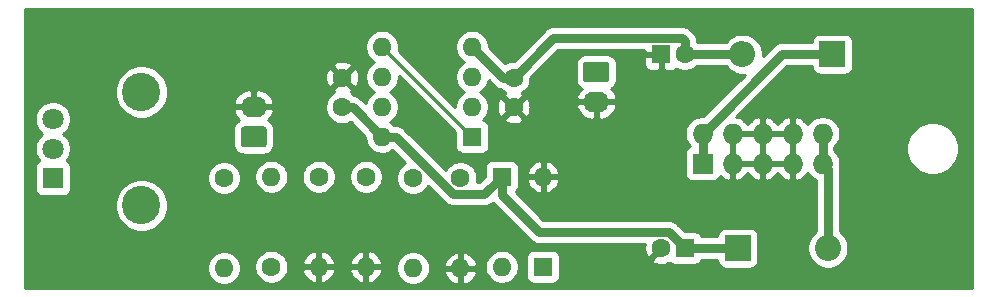
<source format=gbr>
G04 #@! TF.GenerationSoftware,KiCad,Pcbnew,5.1.5-52549c5~84~ubuntu18.04.1*
G04 #@! TF.CreationDate,2020-03-31T17:05:22-04:00*
G04 #@! TF.ProjectId,Mikrokosmos,4d696b72-6f6b-46f7-936d-6f732e6b6963,rev?*
G04 #@! TF.SameCoordinates,Original*
G04 #@! TF.FileFunction,Copper,L2,Bot*
G04 #@! TF.FilePolarity,Positive*
%FSLAX46Y46*%
G04 Gerber Fmt 4.6, Leading zero omitted, Abs format (unit mm)*
G04 Created by KiCad (PCBNEW 5.1.5-52549c5~84~ubuntu18.04.1) date 2020-03-31 17:05:22*
%MOMM*%
%LPD*%
G04 APERTURE LIST*
%ADD10O,2.200000X1.740000*%
%ADD11C,0.100000*%
%ADD12O,2.200000X2.200000*%
%ADD13R,2.200000X2.200000*%
%ADD14O,1.600000X1.600000*%
%ADD15R,1.600000X1.600000*%
%ADD16R,1.727200X1.727200*%
%ADD17O,1.727200X1.727200*%
%ADD18C,3.240000*%
%ADD19C,1.800000*%
%ADD20R,1.800000X1.800000*%
%ADD21C,1.600000*%
%ADD22C,0.750000*%
%ADD23C,0.250000*%
%ADD24C,0.254000*%
G04 APERTURE END LIST*
D10*
X127500000Y-108960000D03*
G04 #@! TA.AperFunction,ComponentPad*
D11*
G36*
X128374505Y-110631204D02*
G01*
X128398773Y-110634804D01*
X128422572Y-110640765D01*
X128445671Y-110649030D01*
X128467850Y-110659520D01*
X128488893Y-110672132D01*
X128508599Y-110686747D01*
X128526777Y-110703223D01*
X128543253Y-110721401D01*
X128557868Y-110741107D01*
X128570480Y-110762150D01*
X128580970Y-110784329D01*
X128589235Y-110807428D01*
X128595196Y-110831227D01*
X128598796Y-110855495D01*
X128600000Y-110879999D01*
X128600000Y-112120001D01*
X128598796Y-112144505D01*
X128595196Y-112168773D01*
X128589235Y-112192572D01*
X128580970Y-112215671D01*
X128570480Y-112237850D01*
X128557868Y-112258893D01*
X128543253Y-112278599D01*
X128526777Y-112296777D01*
X128508599Y-112313253D01*
X128488893Y-112327868D01*
X128467850Y-112340480D01*
X128445671Y-112350970D01*
X128422572Y-112359235D01*
X128398773Y-112365196D01*
X128374505Y-112368796D01*
X128350001Y-112370000D01*
X126649999Y-112370000D01*
X126625495Y-112368796D01*
X126601227Y-112365196D01*
X126577428Y-112359235D01*
X126554329Y-112350970D01*
X126532150Y-112340480D01*
X126511107Y-112327868D01*
X126491401Y-112313253D01*
X126473223Y-112296777D01*
X126456747Y-112278599D01*
X126442132Y-112258893D01*
X126429520Y-112237850D01*
X126419030Y-112215671D01*
X126410765Y-112192572D01*
X126404804Y-112168773D01*
X126401204Y-112144505D01*
X126400000Y-112120001D01*
X126400000Y-110879999D01*
X126401204Y-110855495D01*
X126404804Y-110831227D01*
X126410765Y-110807428D01*
X126419030Y-110784329D01*
X126429520Y-110762150D01*
X126442132Y-110741107D01*
X126456747Y-110721401D01*
X126473223Y-110703223D01*
X126491401Y-110686747D01*
X126511107Y-110672132D01*
X126532150Y-110659520D01*
X126554329Y-110649030D01*
X126577428Y-110640765D01*
X126601227Y-110634804D01*
X126625495Y-110631204D01*
X126649999Y-110630000D01*
X128350001Y-110630000D01*
X128374505Y-110631204D01*
G37*
G04 #@! TD.AperFunction*
D10*
X156500000Y-108540000D03*
G04 #@! TA.AperFunction,ComponentPad*
D11*
G36*
X157374505Y-105131204D02*
G01*
X157398773Y-105134804D01*
X157422572Y-105140765D01*
X157445671Y-105149030D01*
X157467850Y-105159520D01*
X157488893Y-105172132D01*
X157508599Y-105186747D01*
X157526777Y-105203223D01*
X157543253Y-105221401D01*
X157557868Y-105241107D01*
X157570480Y-105262150D01*
X157580970Y-105284329D01*
X157589235Y-105307428D01*
X157595196Y-105331227D01*
X157598796Y-105355495D01*
X157600000Y-105379999D01*
X157600000Y-106620001D01*
X157598796Y-106644505D01*
X157595196Y-106668773D01*
X157589235Y-106692572D01*
X157580970Y-106715671D01*
X157570480Y-106737850D01*
X157557868Y-106758893D01*
X157543253Y-106778599D01*
X157526777Y-106796777D01*
X157508599Y-106813253D01*
X157488893Y-106827868D01*
X157467850Y-106840480D01*
X157445671Y-106850970D01*
X157422572Y-106859235D01*
X157398773Y-106865196D01*
X157374505Y-106868796D01*
X157350001Y-106870000D01*
X155649999Y-106870000D01*
X155625495Y-106868796D01*
X155601227Y-106865196D01*
X155577428Y-106859235D01*
X155554329Y-106850970D01*
X155532150Y-106840480D01*
X155511107Y-106827868D01*
X155491401Y-106813253D01*
X155473223Y-106796777D01*
X155456747Y-106778599D01*
X155442132Y-106758893D01*
X155429520Y-106737850D01*
X155419030Y-106715671D01*
X155410765Y-106692572D01*
X155404804Y-106668773D01*
X155401204Y-106644505D01*
X155400000Y-106620001D01*
X155400000Y-105379999D01*
X155401204Y-105355495D01*
X155404804Y-105331227D01*
X155410765Y-105307428D01*
X155419030Y-105284329D01*
X155429520Y-105262150D01*
X155442132Y-105241107D01*
X155456747Y-105221401D01*
X155473223Y-105203223D01*
X155491401Y-105186747D01*
X155511107Y-105172132D01*
X155532150Y-105159520D01*
X155554329Y-105149030D01*
X155577428Y-105140765D01*
X155601227Y-105134804D01*
X155625495Y-105131204D01*
X155649999Y-105130000D01*
X157350001Y-105130000D01*
X157374505Y-105131204D01*
G37*
G04 #@! TD.AperFunction*
D12*
X168880000Y-104500000D03*
D13*
X176500000Y-104500000D03*
D12*
X176120000Y-120920000D03*
D13*
X168500000Y-120920000D03*
D14*
X152000000Y-114880000D03*
D15*
X152000000Y-122500000D03*
D14*
X148500000Y-122500000D03*
D15*
X148500000Y-114880000D03*
D16*
X165500000Y-113770000D03*
D17*
X165500000Y-111230000D03*
X168040000Y-113770000D03*
X168040000Y-111230000D03*
X170580000Y-113770000D03*
X170580000Y-111230000D03*
X173120000Y-113770000D03*
X173120000Y-111230000D03*
X175660000Y-113770000D03*
X175660000Y-111230000D03*
D18*
X118000000Y-117300000D03*
X118000000Y-107700000D03*
D19*
X110500000Y-110000000D03*
X110500000Y-112500000D03*
D20*
X110500000Y-115000000D03*
D14*
X138380000Y-111500000D03*
X146000000Y-103880000D03*
X138380000Y-108960000D03*
X146000000Y-106420000D03*
X138380000Y-106420000D03*
X146000000Y-108960000D03*
X138380000Y-103880000D03*
D15*
X146000000Y-111500000D03*
D14*
X125000000Y-122620000D03*
D21*
X125000000Y-115000000D03*
D14*
X129000000Y-114880000D03*
D21*
X129000000Y-122500000D03*
D14*
X133000000Y-122500000D03*
D21*
X133000000Y-114880000D03*
D14*
X141000000Y-122620000D03*
D21*
X141000000Y-115000000D03*
D14*
X137000000Y-122500000D03*
D21*
X137000000Y-114880000D03*
D14*
X145000000Y-122620000D03*
D21*
X145000000Y-115000000D03*
X149500000Y-106500000D03*
X149500000Y-109000000D03*
X135000000Y-106500000D03*
X135000000Y-109000000D03*
X164000000Y-104500000D03*
D15*
X162000000Y-104500000D03*
D21*
X162000000Y-120920000D03*
D15*
X164000000Y-120920000D03*
D22*
X164000000Y-120920000D02*
X168500000Y-120920000D01*
X147004999Y-116375001D02*
X148500000Y-114880000D01*
X144386371Y-116375001D02*
X147004999Y-116375001D01*
X139511370Y-111500000D02*
X144386371Y-116375001D01*
X138380000Y-111500000D02*
X139511370Y-111500000D01*
X148500000Y-116430000D02*
X148500000Y-114880000D01*
X151614999Y-119544999D02*
X148500000Y-116430000D01*
X162624999Y-119544999D02*
X151614999Y-119544999D01*
X164000000Y-120920000D02*
X162624999Y-119544999D01*
X135880000Y-109000000D02*
X138380000Y-111500000D01*
X135000000Y-109000000D02*
X135880000Y-109000000D01*
X168880000Y-104500000D02*
X164000000Y-104500000D01*
X148620000Y-106500000D02*
X146000000Y-103880000D01*
X149500000Y-106500000D02*
X148620000Y-106500000D01*
X152875001Y-103124999D02*
X149500000Y-106500000D01*
X164000000Y-103368630D02*
X163756369Y-103124999D01*
X163756369Y-103124999D02*
X152875001Y-103124999D01*
X164000000Y-104500000D02*
X164000000Y-103368630D01*
X176120000Y-114230000D02*
X175660000Y-113770000D01*
X176120000Y-120920000D02*
X176120000Y-114230000D01*
X175660000Y-113770000D02*
X175660000Y-111230000D01*
D23*
X138380000Y-103880000D02*
X146000000Y-111500000D01*
X152000000Y-121900000D02*
X152000000Y-122500000D01*
D22*
X165500000Y-113770000D02*
X165500000Y-111230000D01*
X172230000Y-104500000D02*
X176500000Y-104500000D01*
X165500000Y-111230000D02*
X172230000Y-104500000D01*
D24*
G36*
X188340000Y-124340000D02*
G01*
X108160000Y-124340000D01*
X108160000Y-122478665D01*
X123565000Y-122478665D01*
X123565000Y-122761335D01*
X123620147Y-123038574D01*
X123728320Y-123299727D01*
X123885363Y-123534759D01*
X124085241Y-123734637D01*
X124320273Y-123891680D01*
X124581426Y-123999853D01*
X124858665Y-124055000D01*
X125141335Y-124055000D01*
X125418574Y-123999853D01*
X125679727Y-123891680D01*
X125914759Y-123734637D01*
X126114637Y-123534759D01*
X126271680Y-123299727D01*
X126379853Y-123038574D01*
X126435000Y-122761335D01*
X126435000Y-122478665D01*
X126411131Y-122358665D01*
X127565000Y-122358665D01*
X127565000Y-122641335D01*
X127620147Y-122918574D01*
X127728320Y-123179727D01*
X127885363Y-123414759D01*
X128085241Y-123614637D01*
X128320273Y-123771680D01*
X128581426Y-123879853D01*
X128858665Y-123935000D01*
X129141335Y-123935000D01*
X129418574Y-123879853D01*
X129679727Y-123771680D01*
X129914759Y-123614637D01*
X130114637Y-123414759D01*
X130271680Y-123179727D01*
X130379853Y-122918574D01*
X130393684Y-122849040D01*
X131608091Y-122849040D01*
X131702930Y-123113881D01*
X131847615Y-123355131D01*
X132036586Y-123563519D01*
X132262580Y-123731037D01*
X132516913Y-123851246D01*
X132650961Y-123891904D01*
X132873000Y-123769915D01*
X132873000Y-122627000D01*
X133127000Y-122627000D01*
X133127000Y-123769915D01*
X133349039Y-123891904D01*
X133483087Y-123851246D01*
X133737420Y-123731037D01*
X133963414Y-123563519D01*
X134152385Y-123355131D01*
X134297070Y-123113881D01*
X134391909Y-122849040D01*
X135608091Y-122849040D01*
X135702930Y-123113881D01*
X135847615Y-123355131D01*
X136036586Y-123563519D01*
X136262580Y-123731037D01*
X136516913Y-123851246D01*
X136650961Y-123891904D01*
X136873000Y-123769915D01*
X136873000Y-122627000D01*
X137127000Y-122627000D01*
X137127000Y-123769915D01*
X137349039Y-123891904D01*
X137483087Y-123851246D01*
X137737420Y-123731037D01*
X137963414Y-123563519D01*
X138152385Y-123355131D01*
X138297070Y-123113881D01*
X138391909Y-122849040D01*
X138270624Y-122627000D01*
X137127000Y-122627000D01*
X136873000Y-122627000D01*
X135729376Y-122627000D01*
X135608091Y-122849040D01*
X134391909Y-122849040D01*
X134270624Y-122627000D01*
X133127000Y-122627000D01*
X132873000Y-122627000D01*
X131729376Y-122627000D01*
X131608091Y-122849040D01*
X130393684Y-122849040D01*
X130435000Y-122641335D01*
X130435000Y-122478665D01*
X139565000Y-122478665D01*
X139565000Y-122761335D01*
X139620147Y-123038574D01*
X139728320Y-123299727D01*
X139885363Y-123534759D01*
X140085241Y-123734637D01*
X140320273Y-123891680D01*
X140581426Y-123999853D01*
X140858665Y-124055000D01*
X141141335Y-124055000D01*
X141418574Y-123999853D01*
X141679727Y-123891680D01*
X141914759Y-123734637D01*
X142114637Y-123534759D01*
X142271680Y-123299727D01*
X142379853Y-123038574D01*
X142393684Y-122969040D01*
X143608091Y-122969040D01*
X143702930Y-123233881D01*
X143847615Y-123475131D01*
X144036586Y-123683519D01*
X144262580Y-123851037D01*
X144516913Y-123971246D01*
X144650961Y-124011904D01*
X144873000Y-123889915D01*
X144873000Y-122747000D01*
X145127000Y-122747000D01*
X145127000Y-123889915D01*
X145349039Y-124011904D01*
X145483087Y-123971246D01*
X145737420Y-123851037D01*
X145963414Y-123683519D01*
X146152385Y-123475131D01*
X146297070Y-123233881D01*
X146391909Y-122969040D01*
X146270624Y-122747000D01*
X145127000Y-122747000D01*
X144873000Y-122747000D01*
X143729376Y-122747000D01*
X143608091Y-122969040D01*
X142393684Y-122969040D01*
X142435000Y-122761335D01*
X142435000Y-122478665D01*
X142393685Y-122270960D01*
X143608091Y-122270960D01*
X143729376Y-122493000D01*
X144873000Y-122493000D01*
X144873000Y-121350085D01*
X145127000Y-121350085D01*
X145127000Y-122493000D01*
X146270624Y-122493000D01*
X146344001Y-122358665D01*
X147065000Y-122358665D01*
X147065000Y-122641335D01*
X147120147Y-122918574D01*
X147228320Y-123179727D01*
X147385363Y-123414759D01*
X147585241Y-123614637D01*
X147820273Y-123771680D01*
X148081426Y-123879853D01*
X148358665Y-123935000D01*
X148641335Y-123935000D01*
X148918574Y-123879853D01*
X149179727Y-123771680D01*
X149414759Y-123614637D01*
X149614637Y-123414759D01*
X149771680Y-123179727D01*
X149879853Y-122918574D01*
X149935000Y-122641335D01*
X149935000Y-122358665D01*
X149879853Y-122081426D01*
X149771680Y-121820273D01*
X149691317Y-121700000D01*
X150561928Y-121700000D01*
X150561928Y-123300000D01*
X150574188Y-123424482D01*
X150610498Y-123544180D01*
X150669463Y-123654494D01*
X150748815Y-123751185D01*
X150845506Y-123830537D01*
X150955820Y-123889502D01*
X151075518Y-123925812D01*
X151200000Y-123938072D01*
X152800000Y-123938072D01*
X152924482Y-123925812D01*
X153044180Y-123889502D01*
X153154494Y-123830537D01*
X153251185Y-123751185D01*
X153330537Y-123654494D01*
X153389502Y-123544180D01*
X153425812Y-123424482D01*
X153438072Y-123300000D01*
X153438072Y-121700000D01*
X153425812Y-121575518D01*
X153389502Y-121455820D01*
X153330537Y-121345506D01*
X153251185Y-121248815D01*
X153154494Y-121169463D01*
X153044180Y-121110498D01*
X152924482Y-121074188D01*
X152800000Y-121061928D01*
X151200000Y-121061928D01*
X151075518Y-121074188D01*
X150955820Y-121110498D01*
X150845506Y-121169463D01*
X150748815Y-121248815D01*
X150669463Y-121345506D01*
X150610498Y-121455820D01*
X150574188Y-121575518D01*
X150561928Y-121700000D01*
X149691317Y-121700000D01*
X149614637Y-121585241D01*
X149414759Y-121385363D01*
X149179727Y-121228320D01*
X148918574Y-121120147D01*
X148641335Y-121065000D01*
X148358665Y-121065000D01*
X148081426Y-121120147D01*
X147820273Y-121228320D01*
X147585241Y-121385363D01*
X147385363Y-121585241D01*
X147228320Y-121820273D01*
X147120147Y-122081426D01*
X147065000Y-122358665D01*
X146344001Y-122358665D01*
X146391909Y-122270960D01*
X146297070Y-122006119D01*
X146152385Y-121764869D01*
X145963414Y-121556481D01*
X145737420Y-121388963D01*
X145483087Y-121268754D01*
X145349039Y-121228096D01*
X145127000Y-121350085D01*
X144873000Y-121350085D01*
X144650961Y-121228096D01*
X144516913Y-121268754D01*
X144262580Y-121388963D01*
X144036586Y-121556481D01*
X143847615Y-121764869D01*
X143702930Y-122006119D01*
X143608091Y-122270960D01*
X142393685Y-122270960D01*
X142379853Y-122201426D01*
X142271680Y-121940273D01*
X142114637Y-121705241D01*
X141914759Y-121505363D01*
X141679727Y-121348320D01*
X141418574Y-121240147D01*
X141141335Y-121185000D01*
X140858665Y-121185000D01*
X140581426Y-121240147D01*
X140320273Y-121348320D01*
X140085241Y-121505363D01*
X139885363Y-121705241D01*
X139728320Y-121940273D01*
X139620147Y-122201426D01*
X139565000Y-122478665D01*
X130435000Y-122478665D01*
X130435000Y-122358665D01*
X130393685Y-122150960D01*
X131608091Y-122150960D01*
X131729376Y-122373000D01*
X132873000Y-122373000D01*
X132873000Y-121230085D01*
X133127000Y-121230085D01*
X133127000Y-122373000D01*
X134270624Y-122373000D01*
X134391909Y-122150960D01*
X135608091Y-122150960D01*
X135729376Y-122373000D01*
X136873000Y-122373000D01*
X136873000Y-121230085D01*
X137127000Y-121230085D01*
X137127000Y-122373000D01*
X138270624Y-122373000D01*
X138391909Y-122150960D01*
X138297070Y-121886119D01*
X138152385Y-121644869D01*
X137963414Y-121436481D01*
X137737420Y-121268963D01*
X137483087Y-121148754D01*
X137349039Y-121108096D01*
X137127000Y-121230085D01*
X136873000Y-121230085D01*
X136650961Y-121108096D01*
X136516913Y-121148754D01*
X136262580Y-121268963D01*
X136036586Y-121436481D01*
X135847615Y-121644869D01*
X135702930Y-121886119D01*
X135608091Y-122150960D01*
X134391909Y-122150960D01*
X134297070Y-121886119D01*
X134152385Y-121644869D01*
X133963414Y-121436481D01*
X133737420Y-121268963D01*
X133483087Y-121148754D01*
X133349039Y-121108096D01*
X133127000Y-121230085D01*
X132873000Y-121230085D01*
X132650961Y-121108096D01*
X132516913Y-121148754D01*
X132262580Y-121268963D01*
X132036586Y-121436481D01*
X131847615Y-121644869D01*
X131702930Y-121886119D01*
X131608091Y-122150960D01*
X130393685Y-122150960D01*
X130379853Y-122081426D01*
X130271680Y-121820273D01*
X130114637Y-121585241D01*
X129914759Y-121385363D01*
X129679727Y-121228320D01*
X129418574Y-121120147D01*
X129141335Y-121065000D01*
X128858665Y-121065000D01*
X128581426Y-121120147D01*
X128320273Y-121228320D01*
X128085241Y-121385363D01*
X127885363Y-121585241D01*
X127728320Y-121820273D01*
X127620147Y-122081426D01*
X127565000Y-122358665D01*
X126411131Y-122358665D01*
X126379853Y-122201426D01*
X126271680Y-121940273D01*
X126114637Y-121705241D01*
X125914759Y-121505363D01*
X125679727Y-121348320D01*
X125418574Y-121240147D01*
X125141335Y-121185000D01*
X124858665Y-121185000D01*
X124581426Y-121240147D01*
X124320273Y-121348320D01*
X124085241Y-121505363D01*
X123885363Y-121705241D01*
X123728320Y-121940273D01*
X123620147Y-122201426D01*
X123565000Y-122478665D01*
X108160000Y-122478665D01*
X108160000Y-117077902D01*
X115745000Y-117077902D01*
X115745000Y-117522098D01*
X115831658Y-117957759D01*
X116001645Y-118368143D01*
X116248427Y-118737479D01*
X116562521Y-119051573D01*
X116931857Y-119298355D01*
X117342241Y-119468342D01*
X117777902Y-119555000D01*
X118222098Y-119555000D01*
X118657759Y-119468342D01*
X119068143Y-119298355D01*
X119437479Y-119051573D01*
X119751573Y-118737479D01*
X119998355Y-118368143D01*
X120168342Y-117957759D01*
X120255000Y-117522098D01*
X120255000Y-117077902D01*
X120168342Y-116642241D01*
X119998355Y-116231857D01*
X119751573Y-115862521D01*
X119437479Y-115548427D01*
X119068143Y-115301645D01*
X118657759Y-115131658D01*
X118222098Y-115045000D01*
X117777902Y-115045000D01*
X117342241Y-115131658D01*
X116931857Y-115301645D01*
X116562521Y-115548427D01*
X116248427Y-115862521D01*
X116001645Y-116231857D01*
X115831658Y-116642241D01*
X115745000Y-117077902D01*
X108160000Y-117077902D01*
X108160000Y-114100000D01*
X108961928Y-114100000D01*
X108961928Y-115900000D01*
X108974188Y-116024482D01*
X109010498Y-116144180D01*
X109069463Y-116254494D01*
X109148815Y-116351185D01*
X109245506Y-116430537D01*
X109355820Y-116489502D01*
X109475518Y-116525812D01*
X109600000Y-116538072D01*
X111400000Y-116538072D01*
X111524482Y-116525812D01*
X111644180Y-116489502D01*
X111754494Y-116430537D01*
X111851185Y-116351185D01*
X111930537Y-116254494D01*
X111989502Y-116144180D01*
X112025812Y-116024482D01*
X112038072Y-115900000D01*
X112038072Y-114858665D01*
X123565000Y-114858665D01*
X123565000Y-115141335D01*
X123620147Y-115418574D01*
X123728320Y-115679727D01*
X123885363Y-115914759D01*
X124085241Y-116114637D01*
X124320273Y-116271680D01*
X124581426Y-116379853D01*
X124858665Y-116435000D01*
X125141335Y-116435000D01*
X125418574Y-116379853D01*
X125679727Y-116271680D01*
X125914759Y-116114637D01*
X126114637Y-115914759D01*
X126271680Y-115679727D01*
X126379853Y-115418574D01*
X126435000Y-115141335D01*
X126435000Y-114858665D01*
X126411131Y-114738665D01*
X127565000Y-114738665D01*
X127565000Y-115021335D01*
X127620147Y-115298574D01*
X127728320Y-115559727D01*
X127885363Y-115794759D01*
X128085241Y-115994637D01*
X128320273Y-116151680D01*
X128581426Y-116259853D01*
X128858665Y-116315000D01*
X129141335Y-116315000D01*
X129418574Y-116259853D01*
X129679727Y-116151680D01*
X129914759Y-115994637D01*
X130114637Y-115794759D01*
X130271680Y-115559727D01*
X130379853Y-115298574D01*
X130435000Y-115021335D01*
X130435000Y-114738665D01*
X131565000Y-114738665D01*
X131565000Y-115021335D01*
X131620147Y-115298574D01*
X131728320Y-115559727D01*
X131885363Y-115794759D01*
X132085241Y-115994637D01*
X132320273Y-116151680D01*
X132581426Y-116259853D01*
X132858665Y-116315000D01*
X133141335Y-116315000D01*
X133418574Y-116259853D01*
X133679727Y-116151680D01*
X133914759Y-115994637D01*
X134114637Y-115794759D01*
X134271680Y-115559727D01*
X134379853Y-115298574D01*
X134435000Y-115021335D01*
X134435000Y-114738665D01*
X135565000Y-114738665D01*
X135565000Y-115021335D01*
X135620147Y-115298574D01*
X135728320Y-115559727D01*
X135885363Y-115794759D01*
X136085241Y-115994637D01*
X136320273Y-116151680D01*
X136581426Y-116259853D01*
X136858665Y-116315000D01*
X137141335Y-116315000D01*
X137418574Y-116259853D01*
X137679727Y-116151680D01*
X137914759Y-115994637D01*
X138114637Y-115794759D01*
X138271680Y-115559727D01*
X138379853Y-115298574D01*
X138435000Y-115021335D01*
X138435000Y-114738665D01*
X138379853Y-114461426D01*
X138271680Y-114200273D01*
X138114637Y-113965241D01*
X137914759Y-113765363D01*
X137679727Y-113608320D01*
X137418574Y-113500147D01*
X137141335Y-113445000D01*
X136858665Y-113445000D01*
X136581426Y-113500147D01*
X136320273Y-113608320D01*
X136085241Y-113765363D01*
X135885363Y-113965241D01*
X135728320Y-114200273D01*
X135620147Y-114461426D01*
X135565000Y-114738665D01*
X134435000Y-114738665D01*
X134379853Y-114461426D01*
X134271680Y-114200273D01*
X134114637Y-113965241D01*
X133914759Y-113765363D01*
X133679727Y-113608320D01*
X133418574Y-113500147D01*
X133141335Y-113445000D01*
X132858665Y-113445000D01*
X132581426Y-113500147D01*
X132320273Y-113608320D01*
X132085241Y-113765363D01*
X131885363Y-113965241D01*
X131728320Y-114200273D01*
X131620147Y-114461426D01*
X131565000Y-114738665D01*
X130435000Y-114738665D01*
X130379853Y-114461426D01*
X130271680Y-114200273D01*
X130114637Y-113965241D01*
X129914759Y-113765363D01*
X129679727Y-113608320D01*
X129418574Y-113500147D01*
X129141335Y-113445000D01*
X128858665Y-113445000D01*
X128581426Y-113500147D01*
X128320273Y-113608320D01*
X128085241Y-113765363D01*
X127885363Y-113965241D01*
X127728320Y-114200273D01*
X127620147Y-114461426D01*
X127565000Y-114738665D01*
X126411131Y-114738665D01*
X126379853Y-114581426D01*
X126271680Y-114320273D01*
X126114637Y-114085241D01*
X125914759Y-113885363D01*
X125679727Y-113728320D01*
X125418574Y-113620147D01*
X125141335Y-113565000D01*
X124858665Y-113565000D01*
X124581426Y-113620147D01*
X124320273Y-113728320D01*
X124085241Y-113885363D01*
X123885363Y-114085241D01*
X123728320Y-114320273D01*
X123620147Y-114581426D01*
X123565000Y-114858665D01*
X112038072Y-114858665D01*
X112038072Y-114100000D01*
X112025812Y-113975518D01*
X111989502Y-113855820D01*
X111930537Y-113745506D01*
X111851185Y-113648815D01*
X111754494Y-113569463D01*
X111654697Y-113516120D01*
X111692312Y-113478505D01*
X111860299Y-113227095D01*
X111976011Y-112947743D01*
X112035000Y-112651184D01*
X112035000Y-112348816D01*
X111976011Y-112052257D01*
X111860299Y-111772905D01*
X111692312Y-111521495D01*
X111478505Y-111307688D01*
X111392169Y-111250000D01*
X111478505Y-111192312D01*
X111692312Y-110978505D01*
X111758131Y-110879999D01*
X125761928Y-110879999D01*
X125761928Y-112120001D01*
X125778992Y-112293255D01*
X125829528Y-112459851D01*
X125911595Y-112613387D01*
X126022038Y-112747962D01*
X126156613Y-112858405D01*
X126310149Y-112940472D01*
X126476745Y-112991008D01*
X126649999Y-113008072D01*
X128350001Y-113008072D01*
X128523255Y-112991008D01*
X128689851Y-112940472D01*
X128843387Y-112858405D01*
X128977962Y-112747962D01*
X129088405Y-112613387D01*
X129170472Y-112459851D01*
X129221008Y-112293255D01*
X129238072Y-112120001D01*
X129238072Y-110879999D01*
X129221008Y-110706745D01*
X129170472Y-110540149D01*
X129088405Y-110386613D01*
X128977962Y-110252038D01*
X128843387Y-110141595D01*
X128734686Y-110083493D01*
X128890536Y-109930494D01*
X129057571Y-109685437D01*
X129173588Y-109412502D01*
X129191302Y-109320031D01*
X129070246Y-109087000D01*
X127627000Y-109087000D01*
X127627000Y-109107000D01*
X127373000Y-109107000D01*
X127373000Y-109087000D01*
X125929754Y-109087000D01*
X125808698Y-109320031D01*
X125826412Y-109412502D01*
X125942429Y-109685437D01*
X126109464Y-109930494D01*
X126265314Y-110083493D01*
X126156613Y-110141595D01*
X126022038Y-110252038D01*
X125911595Y-110386613D01*
X125829528Y-110540149D01*
X125778992Y-110706745D01*
X125761928Y-110879999D01*
X111758131Y-110879999D01*
X111860299Y-110727095D01*
X111976011Y-110447743D01*
X112035000Y-110151184D01*
X112035000Y-109848816D01*
X111976011Y-109552257D01*
X111860299Y-109272905D01*
X111692312Y-109021495D01*
X111478505Y-108807688D01*
X111227095Y-108639701D01*
X110947743Y-108523989D01*
X110651184Y-108465000D01*
X110348816Y-108465000D01*
X110052257Y-108523989D01*
X109772905Y-108639701D01*
X109521495Y-108807688D01*
X109307688Y-109021495D01*
X109139701Y-109272905D01*
X109023989Y-109552257D01*
X108965000Y-109848816D01*
X108965000Y-110151184D01*
X109023989Y-110447743D01*
X109139701Y-110727095D01*
X109307688Y-110978505D01*
X109521495Y-111192312D01*
X109607831Y-111250000D01*
X109521495Y-111307688D01*
X109307688Y-111521495D01*
X109139701Y-111772905D01*
X109023989Y-112052257D01*
X108965000Y-112348816D01*
X108965000Y-112651184D01*
X109023989Y-112947743D01*
X109139701Y-113227095D01*
X109307688Y-113478505D01*
X109345303Y-113516120D01*
X109245506Y-113569463D01*
X109148815Y-113648815D01*
X109069463Y-113745506D01*
X109010498Y-113855820D01*
X108974188Y-113975518D01*
X108961928Y-114100000D01*
X108160000Y-114100000D01*
X108160000Y-107477902D01*
X115745000Y-107477902D01*
X115745000Y-107922098D01*
X115831658Y-108357759D01*
X116001645Y-108768143D01*
X116248427Y-109137479D01*
X116562521Y-109451573D01*
X116931857Y-109698355D01*
X117342241Y-109868342D01*
X117777902Y-109955000D01*
X118222098Y-109955000D01*
X118657759Y-109868342D01*
X119068143Y-109698355D01*
X119437479Y-109451573D01*
X119751573Y-109137479D01*
X119937870Y-108858665D01*
X133565000Y-108858665D01*
X133565000Y-109141335D01*
X133620147Y-109418574D01*
X133728320Y-109679727D01*
X133885363Y-109914759D01*
X134085241Y-110114637D01*
X134320273Y-110271680D01*
X134581426Y-110379853D01*
X134858665Y-110435000D01*
X135141335Y-110435000D01*
X135418574Y-110379853D01*
X135679727Y-110271680D01*
X135705862Y-110254217D01*
X136945000Y-111493356D01*
X136945000Y-111641335D01*
X137000147Y-111918574D01*
X137108320Y-112179727D01*
X137265363Y-112414759D01*
X137465241Y-112614637D01*
X137700273Y-112771680D01*
X137961426Y-112879853D01*
X138238665Y-112935000D01*
X138521335Y-112935000D01*
X138798574Y-112879853D01*
X139059727Y-112771680D01*
X139236547Y-112653533D01*
X140314915Y-113731900D01*
X140085241Y-113885363D01*
X139885363Y-114085241D01*
X139728320Y-114320273D01*
X139620147Y-114581426D01*
X139565000Y-114858665D01*
X139565000Y-115141335D01*
X139620147Y-115418574D01*
X139728320Y-115679727D01*
X139885363Y-115914759D01*
X140085241Y-116114637D01*
X140320273Y-116271680D01*
X140581426Y-116379853D01*
X140858665Y-116435000D01*
X141141335Y-116435000D01*
X141418574Y-116379853D01*
X141679727Y-116271680D01*
X141914759Y-116114637D01*
X142114637Y-115914759D01*
X142268100Y-115685085D01*
X143637115Y-117054101D01*
X143668738Y-117092634D01*
X143822531Y-117218848D01*
X143997991Y-117312633D01*
X144188376Y-117370386D01*
X144386371Y-117389887D01*
X144435979Y-117385001D01*
X146955391Y-117385001D01*
X147004999Y-117389887D01*
X147202993Y-117370386D01*
X147212072Y-117367632D01*
X147393379Y-117312633D01*
X147568839Y-117218848D01*
X147722632Y-117092634D01*
X147729931Y-117083740D01*
X147782367Y-117147633D01*
X147820906Y-117179261D01*
X150865742Y-120224098D01*
X150897366Y-120262632D01*
X151051159Y-120388846D01*
X151135629Y-120433996D01*
X151226619Y-120482631D01*
X151417004Y-120540384D01*
X151614999Y-120559885D01*
X151664607Y-120554999D01*
X160612098Y-120554999D01*
X160573700Y-120708184D01*
X160559783Y-120990512D01*
X160601213Y-121270130D01*
X160696397Y-121536292D01*
X160763329Y-121661514D01*
X161007298Y-121733097D01*
X161820395Y-120920000D01*
X161806253Y-120905858D01*
X161985858Y-120726253D01*
X162000000Y-120740395D01*
X162014143Y-120726253D01*
X162193748Y-120905858D01*
X162179605Y-120920000D01*
X162193748Y-120934143D01*
X162014143Y-121113748D01*
X162000000Y-121099605D01*
X161186903Y-121912702D01*
X161258486Y-122156671D01*
X161513996Y-122277571D01*
X161788184Y-122346300D01*
X162070512Y-122360217D01*
X162350130Y-122318787D01*
X162616292Y-122223603D01*
X162738309Y-122158384D01*
X162748815Y-122171185D01*
X162845506Y-122250537D01*
X162955820Y-122309502D01*
X163075518Y-122345812D01*
X163200000Y-122358072D01*
X164800000Y-122358072D01*
X164924482Y-122345812D01*
X165044180Y-122309502D01*
X165154494Y-122250537D01*
X165251185Y-122171185D01*
X165330537Y-122074494D01*
X165389502Y-121964180D01*
X165399870Y-121930000D01*
X166761928Y-121930000D01*
X166761928Y-122020000D01*
X166774188Y-122144482D01*
X166810498Y-122264180D01*
X166869463Y-122374494D01*
X166948815Y-122471185D01*
X167045506Y-122550537D01*
X167155820Y-122609502D01*
X167275518Y-122645812D01*
X167400000Y-122658072D01*
X169600000Y-122658072D01*
X169724482Y-122645812D01*
X169844180Y-122609502D01*
X169954494Y-122550537D01*
X170051185Y-122471185D01*
X170130537Y-122374494D01*
X170189502Y-122264180D01*
X170225812Y-122144482D01*
X170238072Y-122020000D01*
X170238072Y-119820000D01*
X170225812Y-119695518D01*
X170189502Y-119575820D01*
X170130537Y-119465506D01*
X170051185Y-119368815D01*
X169954494Y-119289463D01*
X169844180Y-119230498D01*
X169724482Y-119194188D01*
X169600000Y-119181928D01*
X167400000Y-119181928D01*
X167275518Y-119194188D01*
X167155820Y-119230498D01*
X167045506Y-119289463D01*
X166948815Y-119368815D01*
X166869463Y-119465506D01*
X166810498Y-119575820D01*
X166774188Y-119695518D01*
X166761928Y-119820000D01*
X166761928Y-119910000D01*
X165399870Y-119910000D01*
X165389502Y-119875820D01*
X165330537Y-119765506D01*
X165251185Y-119668815D01*
X165154494Y-119589463D01*
X165044180Y-119530498D01*
X164924482Y-119494188D01*
X164800000Y-119481928D01*
X163990283Y-119481928D01*
X163374260Y-118865905D01*
X163342632Y-118827366D01*
X163188839Y-118701152D01*
X163013379Y-118607367D01*
X162822993Y-118549614D01*
X162674607Y-118534999D01*
X162624999Y-118530113D01*
X162575391Y-118534999D01*
X152033355Y-118534999D01*
X149684372Y-116186017D01*
X149751185Y-116131185D01*
X149830537Y-116034494D01*
X149889502Y-115924180D01*
X149925812Y-115804482D01*
X149938072Y-115680000D01*
X149938072Y-115229040D01*
X150608091Y-115229040D01*
X150702930Y-115493881D01*
X150847615Y-115735131D01*
X151036586Y-115943519D01*
X151262580Y-116111037D01*
X151516913Y-116231246D01*
X151650961Y-116271904D01*
X151873000Y-116149915D01*
X151873000Y-115007000D01*
X152127000Y-115007000D01*
X152127000Y-116149915D01*
X152349039Y-116271904D01*
X152483087Y-116231246D01*
X152737420Y-116111037D01*
X152963414Y-115943519D01*
X153152385Y-115735131D01*
X153297070Y-115493881D01*
X153391909Y-115229040D01*
X153270624Y-115007000D01*
X152127000Y-115007000D01*
X151873000Y-115007000D01*
X150729376Y-115007000D01*
X150608091Y-115229040D01*
X149938072Y-115229040D01*
X149938072Y-114530960D01*
X150608091Y-114530960D01*
X150729376Y-114753000D01*
X151873000Y-114753000D01*
X151873000Y-113610085D01*
X152127000Y-113610085D01*
X152127000Y-114753000D01*
X153270624Y-114753000D01*
X153391909Y-114530960D01*
X153297070Y-114266119D01*
X153152385Y-114024869D01*
X152963414Y-113816481D01*
X152737420Y-113648963D01*
X152483087Y-113528754D01*
X152349039Y-113488096D01*
X152127000Y-113610085D01*
X151873000Y-113610085D01*
X151650961Y-113488096D01*
X151516913Y-113528754D01*
X151262580Y-113648963D01*
X151036586Y-113816481D01*
X150847615Y-114024869D01*
X150702930Y-114266119D01*
X150608091Y-114530960D01*
X149938072Y-114530960D01*
X149938072Y-114080000D01*
X149925812Y-113955518D01*
X149889502Y-113835820D01*
X149830537Y-113725506D01*
X149751185Y-113628815D01*
X149654494Y-113549463D01*
X149544180Y-113490498D01*
X149424482Y-113454188D01*
X149300000Y-113441928D01*
X147700000Y-113441928D01*
X147575518Y-113454188D01*
X147455820Y-113490498D01*
X147345506Y-113549463D01*
X147248815Y-113628815D01*
X147169463Y-113725506D01*
X147110498Y-113835820D01*
X147074188Y-113955518D01*
X147061928Y-114080000D01*
X147061928Y-114889716D01*
X146586644Y-115365001D01*
X146390509Y-115365001D01*
X146435000Y-115141335D01*
X146435000Y-114858665D01*
X146379853Y-114581426D01*
X146271680Y-114320273D01*
X146114637Y-114085241D01*
X145914759Y-113885363D01*
X145679727Y-113728320D01*
X145418574Y-113620147D01*
X145141335Y-113565000D01*
X144858665Y-113565000D01*
X144581426Y-113620147D01*
X144320273Y-113728320D01*
X144085241Y-113885363D01*
X143885363Y-114085241D01*
X143741009Y-114301283D01*
X140260631Y-110820906D01*
X140229003Y-110782367D01*
X140075210Y-110656153D01*
X139899750Y-110562368D01*
X139709364Y-110504615D01*
X139560978Y-110490000D01*
X139511370Y-110485114D01*
X139461762Y-110490000D01*
X139399396Y-110490000D01*
X139294759Y-110385363D01*
X139062241Y-110230000D01*
X139294759Y-110074637D01*
X139494637Y-109874759D01*
X139651680Y-109639727D01*
X139759853Y-109378574D01*
X139815000Y-109101335D01*
X139815000Y-108818665D01*
X139759853Y-108541426D01*
X139651680Y-108280273D01*
X139494637Y-108045241D01*
X139294759Y-107845363D01*
X139062241Y-107690000D01*
X139294759Y-107534637D01*
X139494637Y-107334759D01*
X139651680Y-107099727D01*
X139759853Y-106838574D01*
X139815000Y-106561335D01*
X139815000Y-106389801D01*
X144561928Y-111136730D01*
X144561928Y-112300000D01*
X144574188Y-112424482D01*
X144610498Y-112544180D01*
X144669463Y-112654494D01*
X144748815Y-112751185D01*
X144845506Y-112830537D01*
X144955820Y-112889502D01*
X145075518Y-112925812D01*
X145200000Y-112938072D01*
X146800000Y-112938072D01*
X146924482Y-112925812D01*
X147044180Y-112889502D01*
X147154494Y-112830537D01*
X147251185Y-112751185D01*
X147330537Y-112654494D01*
X147389502Y-112544180D01*
X147425812Y-112424482D01*
X147438072Y-112300000D01*
X147438072Y-110700000D01*
X147425812Y-110575518D01*
X147389502Y-110455820D01*
X147330537Y-110345506D01*
X147251185Y-110248815D01*
X147154494Y-110169463D01*
X147044180Y-110110498D01*
X146924482Y-110074188D01*
X146916039Y-110073357D01*
X146996694Y-109992702D01*
X148686903Y-109992702D01*
X148758486Y-110236671D01*
X149013996Y-110357571D01*
X149288184Y-110426300D01*
X149570512Y-110440217D01*
X149850130Y-110398787D01*
X150116292Y-110303603D01*
X150241514Y-110236671D01*
X150313097Y-109992702D01*
X149500000Y-109179605D01*
X148686903Y-109992702D01*
X146996694Y-109992702D01*
X147114637Y-109874759D01*
X147271680Y-109639727D01*
X147379853Y-109378574D01*
X147435000Y-109101335D01*
X147435000Y-109070512D01*
X148059783Y-109070512D01*
X148101213Y-109350130D01*
X148196397Y-109616292D01*
X148263329Y-109741514D01*
X148507298Y-109813097D01*
X149320395Y-109000000D01*
X149679605Y-109000000D01*
X150492702Y-109813097D01*
X150736671Y-109741514D01*
X150857571Y-109486004D01*
X150926300Y-109211816D01*
X150940217Y-108929488D01*
X150935853Y-108900031D01*
X154808698Y-108900031D01*
X154826412Y-108992502D01*
X154942429Y-109265437D01*
X155109464Y-109510494D01*
X155321097Y-109718256D01*
X155569196Y-109880738D01*
X155844227Y-109991696D01*
X156135620Y-110046866D01*
X156373000Y-109890586D01*
X156373000Y-108667000D01*
X156627000Y-108667000D01*
X156627000Y-109890586D01*
X156864380Y-110046866D01*
X157155773Y-109991696D01*
X157430804Y-109880738D01*
X157678903Y-109718256D01*
X157890536Y-109510494D01*
X158057571Y-109265437D01*
X158173588Y-108992502D01*
X158191302Y-108900031D01*
X158070246Y-108667000D01*
X156627000Y-108667000D01*
X156373000Y-108667000D01*
X154929754Y-108667000D01*
X154808698Y-108900031D01*
X150935853Y-108900031D01*
X150898787Y-108649870D01*
X150803603Y-108383708D01*
X150736671Y-108258486D01*
X150492702Y-108186903D01*
X149679605Y-109000000D01*
X149320395Y-109000000D01*
X148507298Y-108186903D01*
X148263329Y-108258486D01*
X148142429Y-108513996D01*
X148073700Y-108788184D01*
X148059783Y-109070512D01*
X147435000Y-109070512D01*
X147435000Y-108818665D01*
X147379853Y-108541426D01*
X147271680Y-108280273D01*
X147114637Y-108045241D01*
X146914759Y-107845363D01*
X146682241Y-107690000D01*
X146914759Y-107534637D01*
X147114637Y-107334759D01*
X147271680Y-107099727D01*
X147379853Y-106838574D01*
X147404800Y-106713156D01*
X147870744Y-107179100D01*
X147902367Y-107217633D01*
X148056160Y-107343847D01*
X148231620Y-107437632D01*
X148422005Y-107495385D01*
X148470794Y-107500190D01*
X148585241Y-107614637D01*
X148785869Y-107748692D01*
X148758486Y-107763329D01*
X148686903Y-108007298D01*
X149500000Y-108820395D01*
X150313097Y-108007298D01*
X150241514Y-107763329D01*
X150212659Y-107749676D01*
X150414759Y-107614637D01*
X150614637Y-107414759D01*
X150771680Y-107179727D01*
X150879853Y-106918574D01*
X150935000Y-106641335D01*
X150935000Y-106493355D01*
X152048356Y-105379999D01*
X154761928Y-105379999D01*
X154761928Y-106620001D01*
X154778992Y-106793255D01*
X154829528Y-106959851D01*
X154911595Y-107113387D01*
X155022038Y-107247962D01*
X155156613Y-107358405D01*
X155265314Y-107416507D01*
X155109464Y-107569506D01*
X154942429Y-107814563D01*
X154826412Y-108087498D01*
X154808698Y-108179969D01*
X154929754Y-108413000D01*
X156373000Y-108413000D01*
X156373000Y-108393000D01*
X156627000Y-108393000D01*
X156627000Y-108413000D01*
X158070246Y-108413000D01*
X158191302Y-108179969D01*
X158173588Y-108087498D01*
X158057571Y-107814563D01*
X157890536Y-107569506D01*
X157734686Y-107416507D01*
X157843387Y-107358405D01*
X157977962Y-107247962D01*
X158088405Y-107113387D01*
X158170472Y-106959851D01*
X158221008Y-106793255D01*
X158238072Y-106620001D01*
X158238072Y-105379999D01*
X158230193Y-105300000D01*
X160561928Y-105300000D01*
X160574188Y-105424482D01*
X160610498Y-105544180D01*
X160669463Y-105654494D01*
X160748815Y-105751185D01*
X160845506Y-105830537D01*
X160955820Y-105889502D01*
X161075518Y-105925812D01*
X161200000Y-105938072D01*
X161714250Y-105935000D01*
X161873000Y-105776250D01*
X161873000Y-104627000D01*
X160723750Y-104627000D01*
X160565000Y-104785750D01*
X160561928Y-105300000D01*
X158230193Y-105300000D01*
X158221008Y-105206745D01*
X158170472Y-105040149D01*
X158088405Y-104886613D01*
X157977962Y-104752038D01*
X157843387Y-104641595D01*
X157689851Y-104559528D01*
X157523255Y-104508992D01*
X157350001Y-104491928D01*
X155649999Y-104491928D01*
X155476745Y-104508992D01*
X155310149Y-104559528D01*
X155156613Y-104641595D01*
X155022038Y-104752038D01*
X154911595Y-104886613D01*
X154829528Y-105040149D01*
X154778992Y-105206745D01*
X154761928Y-105379999D01*
X152048356Y-105379999D01*
X153293356Y-104134999D01*
X160564527Y-104134999D01*
X160565000Y-104214250D01*
X160723750Y-104373000D01*
X161873000Y-104373000D01*
X161873000Y-104353000D01*
X162127000Y-104353000D01*
X162127000Y-104373000D01*
X162147000Y-104373000D01*
X162147000Y-104627000D01*
X162127000Y-104627000D01*
X162127000Y-105776250D01*
X162285750Y-105935000D01*
X162800000Y-105938072D01*
X162924482Y-105925812D01*
X163044180Y-105889502D01*
X163154494Y-105830537D01*
X163251185Y-105751185D01*
X163264790Y-105734607D01*
X163320273Y-105771680D01*
X163581426Y-105879853D01*
X163858665Y-105935000D01*
X164141335Y-105935000D01*
X164418574Y-105879853D01*
X164679727Y-105771680D01*
X164914759Y-105614637D01*
X165019396Y-105510000D01*
X167468193Y-105510000D01*
X167532337Y-105605998D01*
X167774002Y-105847663D01*
X168058169Y-106037537D01*
X168373919Y-106168325D01*
X168709117Y-106235000D01*
X169050883Y-106235000D01*
X169070559Y-106231086D01*
X165570245Y-109731400D01*
X165352401Y-109731400D01*
X165062875Y-109788990D01*
X164790147Y-109901958D01*
X164544698Y-110065961D01*
X164335961Y-110274698D01*
X164171958Y-110520147D01*
X164058990Y-110792875D01*
X164001400Y-111082401D01*
X164001400Y-111377599D01*
X164058990Y-111667125D01*
X164171958Y-111939853D01*
X164335961Y-112185302D01*
X164450023Y-112299364D01*
X164392220Y-112316898D01*
X164281906Y-112375863D01*
X164185215Y-112455215D01*
X164105863Y-112551906D01*
X164046898Y-112662220D01*
X164010588Y-112781918D01*
X163998328Y-112906400D01*
X163998328Y-114633600D01*
X164010588Y-114758082D01*
X164046898Y-114877780D01*
X164105863Y-114988094D01*
X164185215Y-115084785D01*
X164281906Y-115164137D01*
X164392220Y-115223102D01*
X164511918Y-115259412D01*
X164636400Y-115271672D01*
X166363600Y-115271672D01*
X166488082Y-115259412D01*
X166607780Y-115223102D01*
X166718094Y-115164137D01*
X166814785Y-115084785D01*
X166894137Y-114988094D01*
X166953102Y-114877780D01*
X166972624Y-114813426D01*
X167029707Y-114876854D01*
X167265056Y-115052684D01*
X167530186Y-115179222D01*
X167680974Y-115224958D01*
X167913000Y-115103817D01*
X167913000Y-113897000D01*
X168167000Y-113897000D01*
X168167000Y-115103817D01*
X168399026Y-115224958D01*
X168549814Y-115179222D01*
X168814944Y-115052684D01*
X169050293Y-114876854D01*
X169246817Y-114658488D01*
X169310000Y-114552230D01*
X169373183Y-114658488D01*
X169569707Y-114876854D01*
X169805056Y-115052684D01*
X170070186Y-115179222D01*
X170220974Y-115224958D01*
X170453000Y-115103817D01*
X170453000Y-113897000D01*
X170707000Y-113897000D01*
X170707000Y-115103817D01*
X170939026Y-115224958D01*
X171089814Y-115179222D01*
X171354944Y-115052684D01*
X171590293Y-114876854D01*
X171786817Y-114658488D01*
X171850000Y-114552230D01*
X171913183Y-114658488D01*
X172109707Y-114876854D01*
X172345056Y-115052684D01*
X172610186Y-115179222D01*
X172760974Y-115224958D01*
X172993000Y-115103817D01*
X172993000Y-113897000D01*
X170707000Y-113897000D01*
X170453000Y-113897000D01*
X168167000Y-113897000D01*
X167913000Y-113897000D01*
X167893000Y-113897000D01*
X167893000Y-113643000D01*
X167913000Y-113643000D01*
X167913000Y-111357000D01*
X168167000Y-111357000D01*
X168167000Y-113643000D01*
X170453000Y-113643000D01*
X170453000Y-111357000D01*
X170707000Y-111357000D01*
X170707000Y-113643000D01*
X172993000Y-113643000D01*
X172993000Y-111357000D01*
X170707000Y-111357000D01*
X170453000Y-111357000D01*
X168167000Y-111357000D01*
X167913000Y-111357000D01*
X167893000Y-111357000D01*
X167893000Y-111103000D01*
X167913000Y-111103000D01*
X167913000Y-111083000D01*
X168167000Y-111083000D01*
X168167000Y-111103000D01*
X170453000Y-111103000D01*
X170453000Y-109896183D01*
X170707000Y-109896183D01*
X170707000Y-111103000D01*
X172993000Y-111103000D01*
X172993000Y-109896183D01*
X173247000Y-109896183D01*
X173247000Y-111103000D01*
X173267000Y-111103000D01*
X173267000Y-111357000D01*
X173247000Y-111357000D01*
X173247000Y-113643000D01*
X173267000Y-113643000D01*
X173267000Y-113897000D01*
X173247000Y-113897000D01*
X173247000Y-115103817D01*
X173479026Y-115224958D01*
X173629814Y-115179222D01*
X173894944Y-115052684D01*
X174130293Y-114876854D01*
X174326817Y-114658488D01*
X174385441Y-114559897D01*
X174495961Y-114725302D01*
X174704698Y-114934039D01*
X174950147Y-115098042D01*
X175110001Y-115164256D01*
X175110000Y-119508193D01*
X175014002Y-119572337D01*
X174772337Y-119814002D01*
X174582463Y-120098169D01*
X174451675Y-120413919D01*
X174385000Y-120749117D01*
X174385000Y-121090883D01*
X174451675Y-121426081D01*
X174582463Y-121741831D01*
X174772337Y-122025998D01*
X175014002Y-122267663D01*
X175298169Y-122457537D01*
X175613919Y-122588325D01*
X175949117Y-122655000D01*
X176290883Y-122655000D01*
X176626081Y-122588325D01*
X176941831Y-122457537D01*
X177225998Y-122267663D01*
X177467663Y-122025998D01*
X177657537Y-121741831D01*
X177788325Y-121426081D01*
X177855000Y-121090883D01*
X177855000Y-120749117D01*
X177788325Y-120413919D01*
X177657537Y-120098169D01*
X177467663Y-119814002D01*
X177225998Y-119572337D01*
X177130000Y-119508193D01*
X177130000Y-114279604D01*
X177134886Y-114229999D01*
X177128225Y-114162368D01*
X177122160Y-114100795D01*
X177158600Y-113917599D01*
X177158600Y-113622401D01*
X177101010Y-113332875D01*
X176988042Y-113060147D01*
X176824039Y-112814698D01*
X176670000Y-112660659D01*
X176670000Y-112339341D01*
X176729469Y-112279872D01*
X182765000Y-112279872D01*
X182765000Y-112720128D01*
X182850890Y-113151925D01*
X183019369Y-113558669D01*
X183263962Y-113924729D01*
X183575271Y-114236038D01*
X183941331Y-114480631D01*
X184348075Y-114649110D01*
X184779872Y-114735000D01*
X185220128Y-114735000D01*
X185651925Y-114649110D01*
X186058669Y-114480631D01*
X186424729Y-114236038D01*
X186736038Y-113924729D01*
X186980631Y-113558669D01*
X187149110Y-113151925D01*
X187235000Y-112720128D01*
X187235000Y-112279872D01*
X187149110Y-111848075D01*
X186980631Y-111441331D01*
X186736038Y-111075271D01*
X186424729Y-110763962D01*
X186058669Y-110519369D01*
X185651925Y-110350890D01*
X185220128Y-110265000D01*
X184779872Y-110265000D01*
X184348075Y-110350890D01*
X183941331Y-110519369D01*
X183575271Y-110763962D01*
X183263962Y-111075271D01*
X183019369Y-111441331D01*
X182850890Y-111848075D01*
X182765000Y-112279872D01*
X176729469Y-112279872D01*
X176824039Y-112185302D01*
X176988042Y-111939853D01*
X177101010Y-111667125D01*
X177158600Y-111377599D01*
X177158600Y-111082401D01*
X177101010Y-110792875D01*
X176988042Y-110520147D01*
X176824039Y-110274698D01*
X176615302Y-110065961D01*
X176369853Y-109901958D01*
X176097125Y-109788990D01*
X175807599Y-109731400D01*
X175512401Y-109731400D01*
X175222875Y-109788990D01*
X174950147Y-109901958D01*
X174704698Y-110065961D01*
X174495961Y-110274698D01*
X174385441Y-110440103D01*
X174326817Y-110341512D01*
X174130293Y-110123146D01*
X173894944Y-109947316D01*
X173629814Y-109820778D01*
X173479026Y-109775042D01*
X173247000Y-109896183D01*
X172993000Y-109896183D01*
X172760974Y-109775042D01*
X172610186Y-109820778D01*
X172345056Y-109947316D01*
X172109707Y-110123146D01*
X171913183Y-110341512D01*
X171850000Y-110447770D01*
X171786817Y-110341512D01*
X171590293Y-110123146D01*
X171354944Y-109947316D01*
X171089814Y-109820778D01*
X170939026Y-109775042D01*
X170707000Y-109896183D01*
X170453000Y-109896183D01*
X170220974Y-109775042D01*
X170070186Y-109820778D01*
X169805056Y-109947316D01*
X169569707Y-110123146D01*
X169373183Y-110341512D01*
X169310000Y-110447770D01*
X169246817Y-110341512D01*
X169050293Y-110123146D01*
X168814944Y-109947316D01*
X168549814Y-109820778D01*
X168399026Y-109775042D01*
X168366147Y-109792208D01*
X172648355Y-105510000D01*
X174761928Y-105510000D01*
X174761928Y-105600000D01*
X174774188Y-105724482D01*
X174810498Y-105844180D01*
X174869463Y-105954494D01*
X174948815Y-106051185D01*
X175045506Y-106130537D01*
X175155820Y-106189502D01*
X175275518Y-106225812D01*
X175400000Y-106238072D01*
X177600000Y-106238072D01*
X177724482Y-106225812D01*
X177844180Y-106189502D01*
X177954494Y-106130537D01*
X178051185Y-106051185D01*
X178130537Y-105954494D01*
X178189502Y-105844180D01*
X178225812Y-105724482D01*
X178238072Y-105600000D01*
X178238072Y-103400000D01*
X178225812Y-103275518D01*
X178189502Y-103155820D01*
X178130537Y-103045506D01*
X178051185Y-102948815D01*
X177954494Y-102869463D01*
X177844180Y-102810498D01*
X177724482Y-102774188D01*
X177600000Y-102761928D01*
X175400000Y-102761928D01*
X175275518Y-102774188D01*
X175155820Y-102810498D01*
X175045506Y-102869463D01*
X174948815Y-102948815D01*
X174869463Y-103045506D01*
X174810498Y-103155820D01*
X174774188Y-103275518D01*
X174761928Y-103400000D01*
X174761928Y-103490000D01*
X172279604Y-103490000D01*
X172229999Y-103485114D01*
X172180394Y-103490000D01*
X172180392Y-103490000D01*
X172032006Y-103504615D01*
X171841620Y-103562368D01*
X171666160Y-103656153D01*
X171512367Y-103782367D01*
X171480739Y-103820906D01*
X170611086Y-104690559D01*
X170615000Y-104670883D01*
X170615000Y-104329117D01*
X170548325Y-103993919D01*
X170417537Y-103678169D01*
X170227663Y-103394002D01*
X169985998Y-103152337D01*
X169701831Y-102962463D01*
X169386081Y-102831675D01*
X169050883Y-102765000D01*
X168709117Y-102765000D01*
X168373919Y-102831675D01*
X168058169Y-102962463D01*
X167774002Y-103152337D01*
X167532337Y-103394002D01*
X167468193Y-103490000D01*
X165019396Y-103490000D01*
X165010000Y-103480604D01*
X165010000Y-103418234D01*
X165014886Y-103368629D01*
X165003085Y-103248815D01*
X164995385Y-103170636D01*
X164937632Y-102980250D01*
X164843847Y-102804790D01*
X164717633Y-102650997D01*
X164679090Y-102619366D01*
X164505631Y-102445906D01*
X164474002Y-102407366D01*
X164320209Y-102281152D01*
X164144749Y-102187367D01*
X163954363Y-102129614D01*
X163805977Y-102114999D01*
X163756369Y-102110113D01*
X163706761Y-102114999D01*
X152924605Y-102114999D01*
X152875000Y-102110113D01*
X152825395Y-102114999D01*
X152825393Y-102114999D01*
X152677007Y-102129614D01*
X152486621Y-102187367D01*
X152311161Y-102281152D01*
X152157368Y-102407366D01*
X152125740Y-102445905D01*
X149506645Y-105065000D01*
X149358665Y-105065000D01*
X149081426Y-105120147D01*
X148820273Y-105228320D01*
X148794138Y-105245783D01*
X147435000Y-103886645D01*
X147435000Y-103738665D01*
X147379853Y-103461426D01*
X147271680Y-103200273D01*
X147114637Y-102965241D01*
X146914759Y-102765363D01*
X146679727Y-102608320D01*
X146418574Y-102500147D01*
X146141335Y-102445000D01*
X145858665Y-102445000D01*
X145581426Y-102500147D01*
X145320273Y-102608320D01*
X145085241Y-102765363D01*
X144885363Y-102965241D01*
X144728320Y-103200273D01*
X144620147Y-103461426D01*
X144565000Y-103738665D01*
X144565000Y-104021335D01*
X144620147Y-104298574D01*
X144728320Y-104559727D01*
X144885363Y-104794759D01*
X145085241Y-104994637D01*
X145317759Y-105150000D01*
X145085241Y-105305363D01*
X144885363Y-105505241D01*
X144728320Y-105740273D01*
X144620147Y-106001426D01*
X144565000Y-106278665D01*
X144565000Y-106561335D01*
X144620147Y-106838574D01*
X144728320Y-107099727D01*
X144885363Y-107334759D01*
X145085241Y-107534637D01*
X145317759Y-107690000D01*
X145085241Y-107845363D01*
X144885363Y-108045241D01*
X144728320Y-108280273D01*
X144620147Y-108541426D01*
X144565000Y-108818665D01*
X144565000Y-108990198D01*
X139778688Y-104203887D01*
X139815000Y-104021335D01*
X139815000Y-103738665D01*
X139759853Y-103461426D01*
X139651680Y-103200273D01*
X139494637Y-102965241D01*
X139294759Y-102765363D01*
X139059727Y-102608320D01*
X138798574Y-102500147D01*
X138521335Y-102445000D01*
X138238665Y-102445000D01*
X137961426Y-102500147D01*
X137700273Y-102608320D01*
X137465241Y-102765363D01*
X137265363Y-102965241D01*
X137108320Y-103200273D01*
X137000147Y-103461426D01*
X136945000Y-103738665D01*
X136945000Y-104021335D01*
X137000147Y-104298574D01*
X137108320Y-104559727D01*
X137265363Y-104794759D01*
X137465241Y-104994637D01*
X137697759Y-105150000D01*
X137465241Y-105305363D01*
X137265363Y-105505241D01*
X137108320Y-105740273D01*
X137000147Y-106001426D01*
X136945000Y-106278665D01*
X136945000Y-106561335D01*
X137000147Y-106838574D01*
X137108320Y-107099727D01*
X137265363Y-107334759D01*
X137465241Y-107534637D01*
X137697759Y-107690000D01*
X137465241Y-107845363D01*
X137265363Y-108045241D01*
X137108320Y-108280273D01*
X137000147Y-108541426D01*
X136975199Y-108666844D01*
X136629261Y-108320906D01*
X136597633Y-108282367D01*
X136443840Y-108156153D01*
X136268380Y-108062368D01*
X136077994Y-108004615D01*
X136029206Y-107999810D01*
X135914759Y-107885363D01*
X135714131Y-107751308D01*
X135741514Y-107736671D01*
X135813097Y-107492702D01*
X135000000Y-106679605D01*
X134186903Y-107492702D01*
X134258486Y-107736671D01*
X134287341Y-107750324D01*
X134085241Y-107885363D01*
X133885363Y-108085241D01*
X133728320Y-108320273D01*
X133620147Y-108581426D01*
X133565000Y-108858665D01*
X119937870Y-108858665D01*
X119998355Y-108768143D01*
X120068015Y-108599969D01*
X125808698Y-108599969D01*
X125929754Y-108833000D01*
X127373000Y-108833000D01*
X127373000Y-107609414D01*
X127627000Y-107609414D01*
X127627000Y-108833000D01*
X129070246Y-108833000D01*
X129191302Y-108599969D01*
X129173588Y-108507498D01*
X129057571Y-108234563D01*
X128890536Y-107989506D01*
X128678903Y-107781744D01*
X128430804Y-107619262D01*
X128155773Y-107508304D01*
X127864380Y-107453134D01*
X127627000Y-107609414D01*
X127373000Y-107609414D01*
X127135620Y-107453134D01*
X126844227Y-107508304D01*
X126569196Y-107619262D01*
X126321097Y-107781744D01*
X126109464Y-107989506D01*
X125942429Y-108234563D01*
X125826412Y-108507498D01*
X125808698Y-108599969D01*
X120068015Y-108599969D01*
X120168342Y-108357759D01*
X120255000Y-107922098D01*
X120255000Y-107477902D01*
X120168342Y-107042241D01*
X119998355Y-106631857D01*
X119957366Y-106570512D01*
X133559783Y-106570512D01*
X133601213Y-106850130D01*
X133696397Y-107116292D01*
X133763329Y-107241514D01*
X134007298Y-107313097D01*
X134820395Y-106500000D01*
X135179605Y-106500000D01*
X135992702Y-107313097D01*
X136236671Y-107241514D01*
X136357571Y-106986004D01*
X136426300Y-106711816D01*
X136440217Y-106429488D01*
X136398787Y-106149870D01*
X136303603Y-105883708D01*
X136236671Y-105758486D01*
X135992702Y-105686903D01*
X135179605Y-106500000D01*
X134820395Y-106500000D01*
X134007298Y-105686903D01*
X133763329Y-105758486D01*
X133642429Y-106013996D01*
X133573700Y-106288184D01*
X133559783Y-106570512D01*
X119957366Y-106570512D01*
X119751573Y-106262521D01*
X119437479Y-105948427D01*
X119068143Y-105701645D01*
X118657759Y-105531658D01*
X118535293Y-105507298D01*
X134186903Y-105507298D01*
X135000000Y-106320395D01*
X135813097Y-105507298D01*
X135741514Y-105263329D01*
X135486004Y-105142429D01*
X135211816Y-105073700D01*
X134929488Y-105059783D01*
X134649870Y-105101213D01*
X134383708Y-105196397D01*
X134258486Y-105263329D01*
X134186903Y-105507298D01*
X118535293Y-105507298D01*
X118222098Y-105445000D01*
X117777902Y-105445000D01*
X117342241Y-105531658D01*
X116931857Y-105701645D01*
X116562521Y-105948427D01*
X116248427Y-106262521D01*
X116001645Y-106631857D01*
X115831658Y-107042241D01*
X115745000Y-107477902D01*
X108160000Y-107477902D01*
X108160000Y-100660000D01*
X188340001Y-100660000D01*
X188340000Y-124340000D01*
G37*
X188340000Y-124340000D02*
X108160000Y-124340000D01*
X108160000Y-122478665D01*
X123565000Y-122478665D01*
X123565000Y-122761335D01*
X123620147Y-123038574D01*
X123728320Y-123299727D01*
X123885363Y-123534759D01*
X124085241Y-123734637D01*
X124320273Y-123891680D01*
X124581426Y-123999853D01*
X124858665Y-124055000D01*
X125141335Y-124055000D01*
X125418574Y-123999853D01*
X125679727Y-123891680D01*
X125914759Y-123734637D01*
X126114637Y-123534759D01*
X126271680Y-123299727D01*
X126379853Y-123038574D01*
X126435000Y-122761335D01*
X126435000Y-122478665D01*
X126411131Y-122358665D01*
X127565000Y-122358665D01*
X127565000Y-122641335D01*
X127620147Y-122918574D01*
X127728320Y-123179727D01*
X127885363Y-123414759D01*
X128085241Y-123614637D01*
X128320273Y-123771680D01*
X128581426Y-123879853D01*
X128858665Y-123935000D01*
X129141335Y-123935000D01*
X129418574Y-123879853D01*
X129679727Y-123771680D01*
X129914759Y-123614637D01*
X130114637Y-123414759D01*
X130271680Y-123179727D01*
X130379853Y-122918574D01*
X130393684Y-122849040D01*
X131608091Y-122849040D01*
X131702930Y-123113881D01*
X131847615Y-123355131D01*
X132036586Y-123563519D01*
X132262580Y-123731037D01*
X132516913Y-123851246D01*
X132650961Y-123891904D01*
X132873000Y-123769915D01*
X132873000Y-122627000D01*
X133127000Y-122627000D01*
X133127000Y-123769915D01*
X133349039Y-123891904D01*
X133483087Y-123851246D01*
X133737420Y-123731037D01*
X133963414Y-123563519D01*
X134152385Y-123355131D01*
X134297070Y-123113881D01*
X134391909Y-122849040D01*
X135608091Y-122849040D01*
X135702930Y-123113881D01*
X135847615Y-123355131D01*
X136036586Y-123563519D01*
X136262580Y-123731037D01*
X136516913Y-123851246D01*
X136650961Y-123891904D01*
X136873000Y-123769915D01*
X136873000Y-122627000D01*
X137127000Y-122627000D01*
X137127000Y-123769915D01*
X137349039Y-123891904D01*
X137483087Y-123851246D01*
X137737420Y-123731037D01*
X137963414Y-123563519D01*
X138152385Y-123355131D01*
X138297070Y-123113881D01*
X138391909Y-122849040D01*
X138270624Y-122627000D01*
X137127000Y-122627000D01*
X136873000Y-122627000D01*
X135729376Y-122627000D01*
X135608091Y-122849040D01*
X134391909Y-122849040D01*
X134270624Y-122627000D01*
X133127000Y-122627000D01*
X132873000Y-122627000D01*
X131729376Y-122627000D01*
X131608091Y-122849040D01*
X130393684Y-122849040D01*
X130435000Y-122641335D01*
X130435000Y-122478665D01*
X139565000Y-122478665D01*
X139565000Y-122761335D01*
X139620147Y-123038574D01*
X139728320Y-123299727D01*
X139885363Y-123534759D01*
X140085241Y-123734637D01*
X140320273Y-123891680D01*
X140581426Y-123999853D01*
X140858665Y-124055000D01*
X141141335Y-124055000D01*
X141418574Y-123999853D01*
X141679727Y-123891680D01*
X141914759Y-123734637D01*
X142114637Y-123534759D01*
X142271680Y-123299727D01*
X142379853Y-123038574D01*
X142393684Y-122969040D01*
X143608091Y-122969040D01*
X143702930Y-123233881D01*
X143847615Y-123475131D01*
X144036586Y-123683519D01*
X144262580Y-123851037D01*
X144516913Y-123971246D01*
X144650961Y-124011904D01*
X144873000Y-123889915D01*
X144873000Y-122747000D01*
X145127000Y-122747000D01*
X145127000Y-123889915D01*
X145349039Y-124011904D01*
X145483087Y-123971246D01*
X145737420Y-123851037D01*
X145963414Y-123683519D01*
X146152385Y-123475131D01*
X146297070Y-123233881D01*
X146391909Y-122969040D01*
X146270624Y-122747000D01*
X145127000Y-122747000D01*
X144873000Y-122747000D01*
X143729376Y-122747000D01*
X143608091Y-122969040D01*
X142393684Y-122969040D01*
X142435000Y-122761335D01*
X142435000Y-122478665D01*
X142393685Y-122270960D01*
X143608091Y-122270960D01*
X143729376Y-122493000D01*
X144873000Y-122493000D01*
X144873000Y-121350085D01*
X145127000Y-121350085D01*
X145127000Y-122493000D01*
X146270624Y-122493000D01*
X146344001Y-122358665D01*
X147065000Y-122358665D01*
X147065000Y-122641335D01*
X147120147Y-122918574D01*
X147228320Y-123179727D01*
X147385363Y-123414759D01*
X147585241Y-123614637D01*
X147820273Y-123771680D01*
X148081426Y-123879853D01*
X148358665Y-123935000D01*
X148641335Y-123935000D01*
X148918574Y-123879853D01*
X149179727Y-123771680D01*
X149414759Y-123614637D01*
X149614637Y-123414759D01*
X149771680Y-123179727D01*
X149879853Y-122918574D01*
X149935000Y-122641335D01*
X149935000Y-122358665D01*
X149879853Y-122081426D01*
X149771680Y-121820273D01*
X149691317Y-121700000D01*
X150561928Y-121700000D01*
X150561928Y-123300000D01*
X150574188Y-123424482D01*
X150610498Y-123544180D01*
X150669463Y-123654494D01*
X150748815Y-123751185D01*
X150845506Y-123830537D01*
X150955820Y-123889502D01*
X151075518Y-123925812D01*
X151200000Y-123938072D01*
X152800000Y-123938072D01*
X152924482Y-123925812D01*
X153044180Y-123889502D01*
X153154494Y-123830537D01*
X153251185Y-123751185D01*
X153330537Y-123654494D01*
X153389502Y-123544180D01*
X153425812Y-123424482D01*
X153438072Y-123300000D01*
X153438072Y-121700000D01*
X153425812Y-121575518D01*
X153389502Y-121455820D01*
X153330537Y-121345506D01*
X153251185Y-121248815D01*
X153154494Y-121169463D01*
X153044180Y-121110498D01*
X152924482Y-121074188D01*
X152800000Y-121061928D01*
X151200000Y-121061928D01*
X151075518Y-121074188D01*
X150955820Y-121110498D01*
X150845506Y-121169463D01*
X150748815Y-121248815D01*
X150669463Y-121345506D01*
X150610498Y-121455820D01*
X150574188Y-121575518D01*
X150561928Y-121700000D01*
X149691317Y-121700000D01*
X149614637Y-121585241D01*
X149414759Y-121385363D01*
X149179727Y-121228320D01*
X148918574Y-121120147D01*
X148641335Y-121065000D01*
X148358665Y-121065000D01*
X148081426Y-121120147D01*
X147820273Y-121228320D01*
X147585241Y-121385363D01*
X147385363Y-121585241D01*
X147228320Y-121820273D01*
X147120147Y-122081426D01*
X147065000Y-122358665D01*
X146344001Y-122358665D01*
X146391909Y-122270960D01*
X146297070Y-122006119D01*
X146152385Y-121764869D01*
X145963414Y-121556481D01*
X145737420Y-121388963D01*
X145483087Y-121268754D01*
X145349039Y-121228096D01*
X145127000Y-121350085D01*
X144873000Y-121350085D01*
X144650961Y-121228096D01*
X144516913Y-121268754D01*
X144262580Y-121388963D01*
X144036586Y-121556481D01*
X143847615Y-121764869D01*
X143702930Y-122006119D01*
X143608091Y-122270960D01*
X142393685Y-122270960D01*
X142379853Y-122201426D01*
X142271680Y-121940273D01*
X142114637Y-121705241D01*
X141914759Y-121505363D01*
X141679727Y-121348320D01*
X141418574Y-121240147D01*
X141141335Y-121185000D01*
X140858665Y-121185000D01*
X140581426Y-121240147D01*
X140320273Y-121348320D01*
X140085241Y-121505363D01*
X139885363Y-121705241D01*
X139728320Y-121940273D01*
X139620147Y-122201426D01*
X139565000Y-122478665D01*
X130435000Y-122478665D01*
X130435000Y-122358665D01*
X130393685Y-122150960D01*
X131608091Y-122150960D01*
X131729376Y-122373000D01*
X132873000Y-122373000D01*
X132873000Y-121230085D01*
X133127000Y-121230085D01*
X133127000Y-122373000D01*
X134270624Y-122373000D01*
X134391909Y-122150960D01*
X135608091Y-122150960D01*
X135729376Y-122373000D01*
X136873000Y-122373000D01*
X136873000Y-121230085D01*
X137127000Y-121230085D01*
X137127000Y-122373000D01*
X138270624Y-122373000D01*
X138391909Y-122150960D01*
X138297070Y-121886119D01*
X138152385Y-121644869D01*
X137963414Y-121436481D01*
X137737420Y-121268963D01*
X137483087Y-121148754D01*
X137349039Y-121108096D01*
X137127000Y-121230085D01*
X136873000Y-121230085D01*
X136650961Y-121108096D01*
X136516913Y-121148754D01*
X136262580Y-121268963D01*
X136036586Y-121436481D01*
X135847615Y-121644869D01*
X135702930Y-121886119D01*
X135608091Y-122150960D01*
X134391909Y-122150960D01*
X134297070Y-121886119D01*
X134152385Y-121644869D01*
X133963414Y-121436481D01*
X133737420Y-121268963D01*
X133483087Y-121148754D01*
X133349039Y-121108096D01*
X133127000Y-121230085D01*
X132873000Y-121230085D01*
X132650961Y-121108096D01*
X132516913Y-121148754D01*
X132262580Y-121268963D01*
X132036586Y-121436481D01*
X131847615Y-121644869D01*
X131702930Y-121886119D01*
X131608091Y-122150960D01*
X130393685Y-122150960D01*
X130379853Y-122081426D01*
X130271680Y-121820273D01*
X130114637Y-121585241D01*
X129914759Y-121385363D01*
X129679727Y-121228320D01*
X129418574Y-121120147D01*
X129141335Y-121065000D01*
X128858665Y-121065000D01*
X128581426Y-121120147D01*
X128320273Y-121228320D01*
X128085241Y-121385363D01*
X127885363Y-121585241D01*
X127728320Y-121820273D01*
X127620147Y-122081426D01*
X127565000Y-122358665D01*
X126411131Y-122358665D01*
X126379853Y-122201426D01*
X126271680Y-121940273D01*
X126114637Y-121705241D01*
X125914759Y-121505363D01*
X125679727Y-121348320D01*
X125418574Y-121240147D01*
X125141335Y-121185000D01*
X124858665Y-121185000D01*
X124581426Y-121240147D01*
X124320273Y-121348320D01*
X124085241Y-121505363D01*
X123885363Y-121705241D01*
X123728320Y-121940273D01*
X123620147Y-122201426D01*
X123565000Y-122478665D01*
X108160000Y-122478665D01*
X108160000Y-117077902D01*
X115745000Y-117077902D01*
X115745000Y-117522098D01*
X115831658Y-117957759D01*
X116001645Y-118368143D01*
X116248427Y-118737479D01*
X116562521Y-119051573D01*
X116931857Y-119298355D01*
X117342241Y-119468342D01*
X117777902Y-119555000D01*
X118222098Y-119555000D01*
X118657759Y-119468342D01*
X119068143Y-119298355D01*
X119437479Y-119051573D01*
X119751573Y-118737479D01*
X119998355Y-118368143D01*
X120168342Y-117957759D01*
X120255000Y-117522098D01*
X120255000Y-117077902D01*
X120168342Y-116642241D01*
X119998355Y-116231857D01*
X119751573Y-115862521D01*
X119437479Y-115548427D01*
X119068143Y-115301645D01*
X118657759Y-115131658D01*
X118222098Y-115045000D01*
X117777902Y-115045000D01*
X117342241Y-115131658D01*
X116931857Y-115301645D01*
X116562521Y-115548427D01*
X116248427Y-115862521D01*
X116001645Y-116231857D01*
X115831658Y-116642241D01*
X115745000Y-117077902D01*
X108160000Y-117077902D01*
X108160000Y-114100000D01*
X108961928Y-114100000D01*
X108961928Y-115900000D01*
X108974188Y-116024482D01*
X109010498Y-116144180D01*
X109069463Y-116254494D01*
X109148815Y-116351185D01*
X109245506Y-116430537D01*
X109355820Y-116489502D01*
X109475518Y-116525812D01*
X109600000Y-116538072D01*
X111400000Y-116538072D01*
X111524482Y-116525812D01*
X111644180Y-116489502D01*
X111754494Y-116430537D01*
X111851185Y-116351185D01*
X111930537Y-116254494D01*
X111989502Y-116144180D01*
X112025812Y-116024482D01*
X112038072Y-115900000D01*
X112038072Y-114858665D01*
X123565000Y-114858665D01*
X123565000Y-115141335D01*
X123620147Y-115418574D01*
X123728320Y-115679727D01*
X123885363Y-115914759D01*
X124085241Y-116114637D01*
X124320273Y-116271680D01*
X124581426Y-116379853D01*
X124858665Y-116435000D01*
X125141335Y-116435000D01*
X125418574Y-116379853D01*
X125679727Y-116271680D01*
X125914759Y-116114637D01*
X126114637Y-115914759D01*
X126271680Y-115679727D01*
X126379853Y-115418574D01*
X126435000Y-115141335D01*
X126435000Y-114858665D01*
X126411131Y-114738665D01*
X127565000Y-114738665D01*
X127565000Y-115021335D01*
X127620147Y-115298574D01*
X127728320Y-115559727D01*
X127885363Y-115794759D01*
X128085241Y-115994637D01*
X128320273Y-116151680D01*
X128581426Y-116259853D01*
X128858665Y-116315000D01*
X129141335Y-116315000D01*
X129418574Y-116259853D01*
X129679727Y-116151680D01*
X129914759Y-115994637D01*
X130114637Y-115794759D01*
X130271680Y-115559727D01*
X130379853Y-115298574D01*
X130435000Y-115021335D01*
X130435000Y-114738665D01*
X131565000Y-114738665D01*
X131565000Y-115021335D01*
X131620147Y-115298574D01*
X131728320Y-115559727D01*
X131885363Y-115794759D01*
X132085241Y-115994637D01*
X132320273Y-116151680D01*
X132581426Y-116259853D01*
X132858665Y-116315000D01*
X133141335Y-116315000D01*
X133418574Y-116259853D01*
X133679727Y-116151680D01*
X133914759Y-115994637D01*
X134114637Y-115794759D01*
X134271680Y-115559727D01*
X134379853Y-115298574D01*
X134435000Y-115021335D01*
X134435000Y-114738665D01*
X135565000Y-114738665D01*
X135565000Y-115021335D01*
X135620147Y-115298574D01*
X135728320Y-115559727D01*
X135885363Y-115794759D01*
X136085241Y-115994637D01*
X136320273Y-116151680D01*
X136581426Y-116259853D01*
X136858665Y-116315000D01*
X137141335Y-116315000D01*
X137418574Y-116259853D01*
X137679727Y-116151680D01*
X137914759Y-115994637D01*
X138114637Y-115794759D01*
X138271680Y-115559727D01*
X138379853Y-115298574D01*
X138435000Y-115021335D01*
X138435000Y-114738665D01*
X138379853Y-114461426D01*
X138271680Y-114200273D01*
X138114637Y-113965241D01*
X137914759Y-113765363D01*
X137679727Y-113608320D01*
X137418574Y-113500147D01*
X137141335Y-113445000D01*
X136858665Y-113445000D01*
X136581426Y-113500147D01*
X136320273Y-113608320D01*
X136085241Y-113765363D01*
X135885363Y-113965241D01*
X135728320Y-114200273D01*
X135620147Y-114461426D01*
X135565000Y-114738665D01*
X134435000Y-114738665D01*
X134379853Y-114461426D01*
X134271680Y-114200273D01*
X134114637Y-113965241D01*
X133914759Y-113765363D01*
X133679727Y-113608320D01*
X133418574Y-113500147D01*
X133141335Y-113445000D01*
X132858665Y-113445000D01*
X132581426Y-113500147D01*
X132320273Y-113608320D01*
X132085241Y-113765363D01*
X131885363Y-113965241D01*
X131728320Y-114200273D01*
X131620147Y-114461426D01*
X131565000Y-114738665D01*
X130435000Y-114738665D01*
X130379853Y-114461426D01*
X130271680Y-114200273D01*
X130114637Y-113965241D01*
X129914759Y-113765363D01*
X129679727Y-113608320D01*
X129418574Y-113500147D01*
X129141335Y-113445000D01*
X128858665Y-113445000D01*
X128581426Y-113500147D01*
X128320273Y-113608320D01*
X128085241Y-113765363D01*
X127885363Y-113965241D01*
X127728320Y-114200273D01*
X127620147Y-114461426D01*
X127565000Y-114738665D01*
X126411131Y-114738665D01*
X126379853Y-114581426D01*
X126271680Y-114320273D01*
X126114637Y-114085241D01*
X125914759Y-113885363D01*
X125679727Y-113728320D01*
X125418574Y-113620147D01*
X125141335Y-113565000D01*
X124858665Y-113565000D01*
X124581426Y-113620147D01*
X124320273Y-113728320D01*
X124085241Y-113885363D01*
X123885363Y-114085241D01*
X123728320Y-114320273D01*
X123620147Y-114581426D01*
X123565000Y-114858665D01*
X112038072Y-114858665D01*
X112038072Y-114100000D01*
X112025812Y-113975518D01*
X111989502Y-113855820D01*
X111930537Y-113745506D01*
X111851185Y-113648815D01*
X111754494Y-113569463D01*
X111654697Y-113516120D01*
X111692312Y-113478505D01*
X111860299Y-113227095D01*
X111976011Y-112947743D01*
X112035000Y-112651184D01*
X112035000Y-112348816D01*
X111976011Y-112052257D01*
X111860299Y-111772905D01*
X111692312Y-111521495D01*
X111478505Y-111307688D01*
X111392169Y-111250000D01*
X111478505Y-111192312D01*
X111692312Y-110978505D01*
X111758131Y-110879999D01*
X125761928Y-110879999D01*
X125761928Y-112120001D01*
X125778992Y-112293255D01*
X125829528Y-112459851D01*
X125911595Y-112613387D01*
X126022038Y-112747962D01*
X126156613Y-112858405D01*
X126310149Y-112940472D01*
X126476745Y-112991008D01*
X126649999Y-113008072D01*
X128350001Y-113008072D01*
X128523255Y-112991008D01*
X128689851Y-112940472D01*
X128843387Y-112858405D01*
X128977962Y-112747962D01*
X129088405Y-112613387D01*
X129170472Y-112459851D01*
X129221008Y-112293255D01*
X129238072Y-112120001D01*
X129238072Y-110879999D01*
X129221008Y-110706745D01*
X129170472Y-110540149D01*
X129088405Y-110386613D01*
X128977962Y-110252038D01*
X128843387Y-110141595D01*
X128734686Y-110083493D01*
X128890536Y-109930494D01*
X129057571Y-109685437D01*
X129173588Y-109412502D01*
X129191302Y-109320031D01*
X129070246Y-109087000D01*
X127627000Y-109087000D01*
X127627000Y-109107000D01*
X127373000Y-109107000D01*
X127373000Y-109087000D01*
X125929754Y-109087000D01*
X125808698Y-109320031D01*
X125826412Y-109412502D01*
X125942429Y-109685437D01*
X126109464Y-109930494D01*
X126265314Y-110083493D01*
X126156613Y-110141595D01*
X126022038Y-110252038D01*
X125911595Y-110386613D01*
X125829528Y-110540149D01*
X125778992Y-110706745D01*
X125761928Y-110879999D01*
X111758131Y-110879999D01*
X111860299Y-110727095D01*
X111976011Y-110447743D01*
X112035000Y-110151184D01*
X112035000Y-109848816D01*
X111976011Y-109552257D01*
X111860299Y-109272905D01*
X111692312Y-109021495D01*
X111478505Y-108807688D01*
X111227095Y-108639701D01*
X110947743Y-108523989D01*
X110651184Y-108465000D01*
X110348816Y-108465000D01*
X110052257Y-108523989D01*
X109772905Y-108639701D01*
X109521495Y-108807688D01*
X109307688Y-109021495D01*
X109139701Y-109272905D01*
X109023989Y-109552257D01*
X108965000Y-109848816D01*
X108965000Y-110151184D01*
X109023989Y-110447743D01*
X109139701Y-110727095D01*
X109307688Y-110978505D01*
X109521495Y-111192312D01*
X109607831Y-111250000D01*
X109521495Y-111307688D01*
X109307688Y-111521495D01*
X109139701Y-111772905D01*
X109023989Y-112052257D01*
X108965000Y-112348816D01*
X108965000Y-112651184D01*
X109023989Y-112947743D01*
X109139701Y-113227095D01*
X109307688Y-113478505D01*
X109345303Y-113516120D01*
X109245506Y-113569463D01*
X109148815Y-113648815D01*
X109069463Y-113745506D01*
X109010498Y-113855820D01*
X108974188Y-113975518D01*
X108961928Y-114100000D01*
X108160000Y-114100000D01*
X108160000Y-107477902D01*
X115745000Y-107477902D01*
X115745000Y-107922098D01*
X115831658Y-108357759D01*
X116001645Y-108768143D01*
X116248427Y-109137479D01*
X116562521Y-109451573D01*
X116931857Y-109698355D01*
X117342241Y-109868342D01*
X117777902Y-109955000D01*
X118222098Y-109955000D01*
X118657759Y-109868342D01*
X119068143Y-109698355D01*
X119437479Y-109451573D01*
X119751573Y-109137479D01*
X119937870Y-108858665D01*
X133565000Y-108858665D01*
X133565000Y-109141335D01*
X133620147Y-109418574D01*
X133728320Y-109679727D01*
X133885363Y-109914759D01*
X134085241Y-110114637D01*
X134320273Y-110271680D01*
X134581426Y-110379853D01*
X134858665Y-110435000D01*
X135141335Y-110435000D01*
X135418574Y-110379853D01*
X135679727Y-110271680D01*
X135705862Y-110254217D01*
X136945000Y-111493356D01*
X136945000Y-111641335D01*
X137000147Y-111918574D01*
X137108320Y-112179727D01*
X137265363Y-112414759D01*
X137465241Y-112614637D01*
X137700273Y-112771680D01*
X137961426Y-112879853D01*
X138238665Y-112935000D01*
X138521335Y-112935000D01*
X138798574Y-112879853D01*
X139059727Y-112771680D01*
X139236547Y-112653533D01*
X140314915Y-113731900D01*
X140085241Y-113885363D01*
X139885363Y-114085241D01*
X139728320Y-114320273D01*
X139620147Y-114581426D01*
X139565000Y-114858665D01*
X139565000Y-115141335D01*
X139620147Y-115418574D01*
X139728320Y-115679727D01*
X139885363Y-115914759D01*
X140085241Y-116114637D01*
X140320273Y-116271680D01*
X140581426Y-116379853D01*
X140858665Y-116435000D01*
X141141335Y-116435000D01*
X141418574Y-116379853D01*
X141679727Y-116271680D01*
X141914759Y-116114637D01*
X142114637Y-115914759D01*
X142268100Y-115685085D01*
X143637115Y-117054101D01*
X143668738Y-117092634D01*
X143822531Y-117218848D01*
X143997991Y-117312633D01*
X144188376Y-117370386D01*
X144386371Y-117389887D01*
X144435979Y-117385001D01*
X146955391Y-117385001D01*
X147004999Y-117389887D01*
X147202993Y-117370386D01*
X147212072Y-117367632D01*
X147393379Y-117312633D01*
X147568839Y-117218848D01*
X147722632Y-117092634D01*
X147729931Y-117083740D01*
X147782367Y-117147633D01*
X147820906Y-117179261D01*
X150865742Y-120224098D01*
X150897366Y-120262632D01*
X151051159Y-120388846D01*
X151135629Y-120433996D01*
X151226619Y-120482631D01*
X151417004Y-120540384D01*
X151614999Y-120559885D01*
X151664607Y-120554999D01*
X160612098Y-120554999D01*
X160573700Y-120708184D01*
X160559783Y-120990512D01*
X160601213Y-121270130D01*
X160696397Y-121536292D01*
X160763329Y-121661514D01*
X161007298Y-121733097D01*
X161820395Y-120920000D01*
X161806253Y-120905858D01*
X161985858Y-120726253D01*
X162000000Y-120740395D01*
X162014143Y-120726253D01*
X162193748Y-120905858D01*
X162179605Y-120920000D01*
X162193748Y-120934143D01*
X162014143Y-121113748D01*
X162000000Y-121099605D01*
X161186903Y-121912702D01*
X161258486Y-122156671D01*
X161513996Y-122277571D01*
X161788184Y-122346300D01*
X162070512Y-122360217D01*
X162350130Y-122318787D01*
X162616292Y-122223603D01*
X162738309Y-122158384D01*
X162748815Y-122171185D01*
X162845506Y-122250537D01*
X162955820Y-122309502D01*
X163075518Y-122345812D01*
X163200000Y-122358072D01*
X164800000Y-122358072D01*
X164924482Y-122345812D01*
X165044180Y-122309502D01*
X165154494Y-122250537D01*
X165251185Y-122171185D01*
X165330537Y-122074494D01*
X165389502Y-121964180D01*
X165399870Y-121930000D01*
X166761928Y-121930000D01*
X166761928Y-122020000D01*
X166774188Y-122144482D01*
X166810498Y-122264180D01*
X166869463Y-122374494D01*
X166948815Y-122471185D01*
X167045506Y-122550537D01*
X167155820Y-122609502D01*
X167275518Y-122645812D01*
X167400000Y-122658072D01*
X169600000Y-122658072D01*
X169724482Y-122645812D01*
X169844180Y-122609502D01*
X169954494Y-122550537D01*
X170051185Y-122471185D01*
X170130537Y-122374494D01*
X170189502Y-122264180D01*
X170225812Y-122144482D01*
X170238072Y-122020000D01*
X170238072Y-119820000D01*
X170225812Y-119695518D01*
X170189502Y-119575820D01*
X170130537Y-119465506D01*
X170051185Y-119368815D01*
X169954494Y-119289463D01*
X169844180Y-119230498D01*
X169724482Y-119194188D01*
X169600000Y-119181928D01*
X167400000Y-119181928D01*
X167275518Y-119194188D01*
X167155820Y-119230498D01*
X167045506Y-119289463D01*
X166948815Y-119368815D01*
X166869463Y-119465506D01*
X166810498Y-119575820D01*
X166774188Y-119695518D01*
X166761928Y-119820000D01*
X166761928Y-119910000D01*
X165399870Y-119910000D01*
X165389502Y-119875820D01*
X165330537Y-119765506D01*
X165251185Y-119668815D01*
X165154494Y-119589463D01*
X165044180Y-119530498D01*
X164924482Y-119494188D01*
X164800000Y-119481928D01*
X163990283Y-119481928D01*
X163374260Y-118865905D01*
X163342632Y-118827366D01*
X163188839Y-118701152D01*
X163013379Y-118607367D01*
X162822993Y-118549614D01*
X162674607Y-118534999D01*
X162624999Y-118530113D01*
X162575391Y-118534999D01*
X152033355Y-118534999D01*
X149684372Y-116186017D01*
X149751185Y-116131185D01*
X149830537Y-116034494D01*
X149889502Y-115924180D01*
X149925812Y-115804482D01*
X149938072Y-115680000D01*
X149938072Y-115229040D01*
X150608091Y-115229040D01*
X150702930Y-115493881D01*
X150847615Y-115735131D01*
X151036586Y-115943519D01*
X151262580Y-116111037D01*
X151516913Y-116231246D01*
X151650961Y-116271904D01*
X151873000Y-116149915D01*
X151873000Y-115007000D01*
X152127000Y-115007000D01*
X152127000Y-116149915D01*
X152349039Y-116271904D01*
X152483087Y-116231246D01*
X152737420Y-116111037D01*
X152963414Y-115943519D01*
X153152385Y-115735131D01*
X153297070Y-115493881D01*
X153391909Y-115229040D01*
X153270624Y-115007000D01*
X152127000Y-115007000D01*
X151873000Y-115007000D01*
X150729376Y-115007000D01*
X150608091Y-115229040D01*
X149938072Y-115229040D01*
X149938072Y-114530960D01*
X150608091Y-114530960D01*
X150729376Y-114753000D01*
X151873000Y-114753000D01*
X151873000Y-113610085D01*
X152127000Y-113610085D01*
X152127000Y-114753000D01*
X153270624Y-114753000D01*
X153391909Y-114530960D01*
X153297070Y-114266119D01*
X153152385Y-114024869D01*
X152963414Y-113816481D01*
X152737420Y-113648963D01*
X152483087Y-113528754D01*
X152349039Y-113488096D01*
X152127000Y-113610085D01*
X151873000Y-113610085D01*
X151650961Y-113488096D01*
X151516913Y-113528754D01*
X151262580Y-113648963D01*
X151036586Y-113816481D01*
X150847615Y-114024869D01*
X150702930Y-114266119D01*
X150608091Y-114530960D01*
X149938072Y-114530960D01*
X149938072Y-114080000D01*
X149925812Y-113955518D01*
X149889502Y-113835820D01*
X149830537Y-113725506D01*
X149751185Y-113628815D01*
X149654494Y-113549463D01*
X149544180Y-113490498D01*
X149424482Y-113454188D01*
X149300000Y-113441928D01*
X147700000Y-113441928D01*
X147575518Y-113454188D01*
X147455820Y-113490498D01*
X147345506Y-113549463D01*
X147248815Y-113628815D01*
X147169463Y-113725506D01*
X147110498Y-113835820D01*
X147074188Y-113955518D01*
X147061928Y-114080000D01*
X147061928Y-114889716D01*
X146586644Y-115365001D01*
X146390509Y-115365001D01*
X146435000Y-115141335D01*
X146435000Y-114858665D01*
X146379853Y-114581426D01*
X146271680Y-114320273D01*
X146114637Y-114085241D01*
X145914759Y-113885363D01*
X145679727Y-113728320D01*
X145418574Y-113620147D01*
X145141335Y-113565000D01*
X144858665Y-113565000D01*
X144581426Y-113620147D01*
X144320273Y-113728320D01*
X144085241Y-113885363D01*
X143885363Y-114085241D01*
X143741009Y-114301283D01*
X140260631Y-110820906D01*
X140229003Y-110782367D01*
X140075210Y-110656153D01*
X139899750Y-110562368D01*
X139709364Y-110504615D01*
X139560978Y-110490000D01*
X139511370Y-110485114D01*
X139461762Y-110490000D01*
X139399396Y-110490000D01*
X139294759Y-110385363D01*
X139062241Y-110230000D01*
X139294759Y-110074637D01*
X139494637Y-109874759D01*
X139651680Y-109639727D01*
X139759853Y-109378574D01*
X139815000Y-109101335D01*
X139815000Y-108818665D01*
X139759853Y-108541426D01*
X139651680Y-108280273D01*
X139494637Y-108045241D01*
X139294759Y-107845363D01*
X139062241Y-107690000D01*
X139294759Y-107534637D01*
X139494637Y-107334759D01*
X139651680Y-107099727D01*
X139759853Y-106838574D01*
X139815000Y-106561335D01*
X139815000Y-106389801D01*
X144561928Y-111136730D01*
X144561928Y-112300000D01*
X144574188Y-112424482D01*
X144610498Y-112544180D01*
X144669463Y-112654494D01*
X144748815Y-112751185D01*
X144845506Y-112830537D01*
X144955820Y-112889502D01*
X145075518Y-112925812D01*
X145200000Y-112938072D01*
X146800000Y-112938072D01*
X146924482Y-112925812D01*
X147044180Y-112889502D01*
X147154494Y-112830537D01*
X147251185Y-112751185D01*
X147330537Y-112654494D01*
X147389502Y-112544180D01*
X147425812Y-112424482D01*
X147438072Y-112300000D01*
X147438072Y-110700000D01*
X147425812Y-110575518D01*
X147389502Y-110455820D01*
X147330537Y-110345506D01*
X147251185Y-110248815D01*
X147154494Y-110169463D01*
X147044180Y-110110498D01*
X146924482Y-110074188D01*
X146916039Y-110073357D01*
X146996694Y-109992702D01*
X148686903Y-109992702D01*
X148758486Y-110236671D01*
X149013996Y-110357571D01*
X149288184Y-110426300D01*
X149570512Y-110440217D01*
X149850130Y-110398787D01*
X150116292Y-110303603D01*
X150241514Y-110236671D01*
X150313097Y-109992702D01*
X149500000Y-109179605D01*
X148686903Y-109992702D01*
X146996694Y-109992702D01*
X147114637Y-109874759D01*
X147271680Y-109639727D01*
X147379853Y-109378574D01*
X147435000Y-109101335D01*
X147435000Y-109070512D01*
X148059783Y-109070512D01*
X148101213Y-109350130D01*
X148196397Y-109616292D01*
X148263329Y-109741514D01*
X148507298Y-109813097D01*
X149320395Y-109000000D01*
X149679605Y-109000000D01*
X150492702Y-109813097D01*
X150736671Y-109741514D01*
X150857571Y-109486004D01*
X150926300Y-109211816D01*
X150940217Y-108929488D01*
X150935853Y-108900031D01*
X154808698Y-108900031D01*
X154826412Y-108992502D01*
X154942429Y-109265437D01*
X155109464Y-109510494D01*
X155321097Y-109718256D01*
X155569196Y-109880738D01*
X155844227Y-109991696D01*
X156135620Y-110046866D01*
X156373000Y-109890586D01*
X156373000Y-108667000D01*
X156627000Y-108667000D01*
X156627000Y-109890586D01*
X156864380Y-110046866D01*
X157155773Y-109991696D01*
X157430804Y-109880738D01*
X157678903Y-109718256D01*
X157890536Y-109510494D01*
X158057571Y-109265437D01*
X158173588Y-108992502D01*
X158191302Y-108900031D01*
X158070246Y-108667000D01*
X156627000Y-108667000D01*
X156373000Y-108667000D01*
X154929754Y-108667000D01*
X154808698Y-108900031D01*
X150935853Y-108900031D01*
X150898787Y-108649870D01*
X150803603Y-108383708D01*
X150736671Y-108258486D01*
X150492702Y-108186903D01*
X149679605Y-109000000D01*
X149320395Y-109000000D01*
X148507298Y-108186903D01*
X148263329Y-108258486D01*
X148142429Y-108513996D01*
X148073700Y-108788184D01*
X148059783Y-109070512D01*
X147435000Y-109070512D01*
X147435000Y-108818665D01*
X147379853Y-108541426D01*
X147271680Y-108280273D01*
X147114637Y-108045241D01*
X146914759Y-107845363D01*
X146682241Y-107690000D01*
X146914759Y-107534637D01*
X147114637Y-107334759D01*
X147271680Y-107099727D01*
X147379853Y-106838574D01*
X147404800Y-106713156D01*
X147870744Y-107179100D01*
X147902367Y-107217633D01*
X148056160Y-107343847D01*
X148231620Y-107437632D01*
X148422005Y-107495385D01*
X148470794Y-107500190D01*
X148585241Y-107614637D01*
X148785869Y-107748692D01*
X148758486Y-107763329D01*
X148686903Y-108007298D01*
X149500000Y-108820395D01*
X150313097Y-108007298D01*
X150241514Y-107763329D01*
X150212659Y-107749676D01*
X150414759Y-107614637D01*
X150614637Y-107414759D01*
X150771680Y-107179727D01*
X150879853Y-106918574D01*
X150935000Y-106641335D01*
X150935000Y-106493355D01*
X152048356Y-105379999D01*
X154761928Y-105379999D01*
X154761928Y-106620001D01*
X154778992Y-106793255D01*
X154829528Y-106959851D01*
X154911595Y-107113387D01*
X155022038Y-107247962D01*
X155156613Y-107358405D01*
X155265314Y-107416507D01*
X155109464Y-107569506D01*
X154942429Y-107814563D01*
X154826412Y-108087498D01*
X154808698Y-108179969D01*
X154929754Y-108413000D01*
X156373000Y-108413000D01*
X156373000Y-108393000D01*
X156627000Y-108393000D01*
X156627000Y-108413000D01*
X158070246Y-108413000D01*
X158191302Y-108179969D01*
X158173588Y-108087498D01*
X158057571Y-107814563D01*
X157890536Y-107569506D01*
X157734686Y-107416507D01*
X157843387Y-107358405D01*
X157977962Y-107247962D01*
X158088405Y-107113387D01*
X158170472Y-106959851D01*
X158221008Y-106793255D01*
X158238072Y-106620001D01*
X158238072Y-105379999D01*
X158230193Y-105300000D01*
X160561928Y-105300000D01*
X160574188Y-105424482D01*
X160610498Y-105544180D01*
X160669463Y-105654494D01*
X160748815Y-105751185D01*
X160845506Y-105830537D01*
X160955820Y-105889502D01*
X161075518Y-105925812D01*
X161200000Y-105938072D01*
X161714250Y-105935000D01*
X161873000Y-105776250D01*
X161873000Y-104627000D01*
X160723750Y-104627000D01*
X160565000Y-104785750D01*
X160561928Y-105300000D01*
X158230193Y-105300000D01*
X158221008Y-105206745D01*
X158170472Y-105040149D01*
X158088405Y-104886613D01*
X157977962Y-104752038D01*
X157843387Y-104641595D01*
X157689851Y-104559528D01*
X157523255Y-104508992D01*
X157350001Y-104491928D01*
X155649999Y-104491928D01*
X155476745Y-104508992D01*
X155310149Y-104559528D01*
X155156613Y-104641595D01*
X155022038Y-104752038D01*
X154911595Y-104886613D01*
X154829528Y-105040149D01*
X154778992Y-105206745D01*
X154761928Y-105379999D01*
X152048356Y-105379999D01*
X153293356Y-104134999D01*
X160564527Y-104134999D01*
X160565000Y-104214250D01*
X160723750Y-104373000D01*
X161873000Y-104373000D01*
X161873000Y-104353000D01*
X162127000Y-104353000D01*
X162127000Y-104373000D01*
X162147000Y-104373000D01*
X162147000Y-104627000D01*
X162127000Y-104627000D01*
X162127000Y-105776250D01*
X162285750Y-105935000D01*
X162800000Y-105938072D01*
X162924482Y-105925812D01*
X163044180Y-105889502D01*
X163154494Y-105830537D01*
X163251185Y-105751185D01*
X163264790Y-105734607D01*
X163320273Y-105771680D01*
X163581426Y-105879853D01*
X163858665Y-105935000D01*
X164141335Y-105935000D01*
X164418574Y-105879853D01*
X164679727Y-105771680D01*
X164914759Y-105614637D01*
X165019396Y-105510000D01*
X167468193Y-105510000D01*
X167532337Y-105605998D01*
X167774002Y-105847663D01*
X168058169Y-106037537D01*
X168373919Y-106168325D01*
X168709117Y-106235000D01*
X169050883Y-106235000D01*
X169070559Y-106231086D01*
X165570245Y-109731400D01*
X165352401Y-109731400D01*
X165062875Y-109788990D01*
X164790147Y-109901958D01*
X164544698Y-110065961D01*
X164335961Y-110274698D01*
X164171958Y-110520147D01*
X164058990Y-110792875D01*
X164001400Y-111082401D01*
X164001400Y-111377599D01*
X164058990Y-111667125D01*
X164171958Y-111939853D01*
X164335961Y-112185302D01*
X164450023Y-112299364D01*
X164392220Y-112316898D01*
X164281906Y-112375863D01*
X164185215Y-112455215D01*
X164105863Y-112551906D01*
X164046898Y-112662220D01*
X164010588Y-112781918D01*
X163998328Y-112906400D01*
X163998328Y-114633600D01*
X164010588Y-114758082D01*
X164046898Y-114877780D01*
X164105863Y-114988094D01*
X164185215Y-115084785D01*
X164281906Y-115164137D01*
X164392220Y-115223102D01*
X164511918Y-115259412D01*
X164636400Y-115271672D01*
X166363600Y-115271672D01*
X166488082Y-115259412D01*
X166607780Y-115223102D01*
X166718094Y-115164137D01*
X166814785Y-115084785D01*
X166894137Y-114988094D01*
X166953102Y-114877780D01*
X166972624Y-114813426D01*
X167029707Y-114876854D01*
X167265056Y-115052684D01*
X167530186Y-115179222D01*
X167680974Y-115224958D01*
X167913000Y-115103817D01*
X167913000Y-113897000D01*
X168167000Y-113897000D01*
X168167000Y-115103817D01*
X168399026Y-115224958D01*
X168549814Y-115179222D01*
X168814944Y-115052684D01*
X169050293Y-114876854D01*
X169246817Y-114658488D01*
X169310000Y-114552230D01*
X169373183Y-114658488D01*
X169569707Y-114876854D01*
X169805056Y-115052684D01*
X170070186Y-115179222D01*
X170220974Y-115224958D01*
X170453000Y-115103817D01*
X170453000Y-113897000D01*
X170707000Y-113897000D01*
X170707000Y-115103817D01*
X170939026Y-115224958D01*
X171089814Y-115179222D01*
X171354944Y-115052684D01*
X171590293Y-114876854D01*
X171786817Y-114658488D01*
X171850000Y-114552230D01*
X171913183Y-114658488D01*
X172109707Y-114876854D01*
X172345056Y-115052684D01*
X172610186Y-115179222D01*
X172760974Y-115224958D01*
X172993000Y-115103817D01*
X172993000Y-113897000D01*
X170707000Y-113897000D01*
X170453000Y-113897000D01*
X168167000Y-113897000D01*
X167913000Y-113897000D01*
X167893000Y-113897000D01*
X167893000Y-113643000D01*
X167913000Y-113643000D01*
X167913000Y-111357000D01*
X168167000Y-111357000D01*
X168167000Y-113643000D01*
X170453000Y-113643000D01*
X170453000Y-111357000D01*
X170707000Y-111357000D01*
X170707000Y-113643000D01*
X172993000Y-113643000D01*
X172993000Y-111357000D01*
X170707000Y-111357000D01*
X170453000Y-111357000D01*
X168167000Y-111357000D01*
X167913000Y-111357000D01*
X167893000Y-111357000D01*
X167893000Y-111103000D01*
X167913000Y-111103000D01*
X167913000Y-111083000D01*
X168167000Y-111083000D01*
X168167000Y-111103000D01*
X170453000Y-111103000D01*
X170453000Y-109896183D01*
X170707000Y-109896183D01*
X170707000Y-111103000D01*
X172993000Y-111103000D01*
X172993000Y-109896183D01*
X173247000Y-109896183D01*
X173247000Y-111103000D01*
X173267000Y-111103000D01*
X173267000Y-111357000D01*
X173247000Y-111357000D01*
X173247000Y-113643000D01*
X173267000Y-113643000D01*
X173267000Y-113897000D01*
X173247000Y-113897000D01*
X173247000Y-115103817D01*
X173479026Y-115224958D01*
X173629814Y-115179222D01*
X173894944Y-115052684D01*
X174130293Y-114876854D01*
X174326817Y-114658488D01*
X174385441Y-114559897D01*
X174495961Y-114725302D01*
X174704698Y-114934039D01*
X174950147Y-115098042D01*
X175110001Y-115164256D01*
X175110000Y-119508193D01*
X175014002Y-119572337D01*
X174772337Y-119814002D01*
X174582463Y-120098169D01*
X174451675Y-120413919D01*
X174385000Y-120749117D01*
X174385000Y-121090883D01*
X174451675Y-121426081D01*
X174582463Y-121741831D01*
X174772337Y-122025998D01*
X175014002Y-122267663D01*
X175298169Y-122457537D01*
X175613919Y-122588325D01*
X175949117Y-122655000D01*
X176290883Y-122655000D01*
X176626081Y-122588325D01*
X176941831Y-122457537D01*
X177225998Y-122267663D01*
X177467663Y-122025998D01*
X177657537Y-121741831D01*
X177788325Y-121426081D01*
X177855000Y-121090883D01*
X177855000Y-120749117D01*
X177788325Y-120413919D01*
X177657537Y-120098169D01*
X177467663Y-119814002D01*
X177225998Y-119572337D01*
X177130000Y-119508193D01*
X177130000Y-114279604D01*
X177134886Y-114229999D01*
X177128225Y-114162368D01*
X177122160Y-114100795D01*
X177158600Y-113917599D01*
X177158600Y-113622401D01*
X177101010Y-113332875D01*
X176988042Y-113060147D01*
X176824039Y-112814698D01*
X176670000Y-112660659D01*
X176670000Y-112339341D01*
X176729469Y-112279872D01*
X182765000Y-112279872D01*
X182765000Y-112720128D01*
X182850890Y-113151925D01*
X183019369Y-113558669D01*
X183263962Y-113924729D01*
X183575271Y-114236038D01*
X183941331Y-114480631D01*
X184348075Y-114649110D01*
X184779872Y-114735000D01*
X185220128Y-114735000D01*
X185651925Y-114649110D01*
X186058669Y-114480631D01*
X186424729Y-114236038D01*
X186736038Y-113924729D01*
X186980631Y-113558669D01*
X187149110Y-113151925D01*
X187235000Y-112720128D01*
X187235000Y-112279872D01*
X187149110Y-111848075D01*
X186980631Y-111441331D01*
X186736038Y-111075271D01*
X186424729Y-110763962D01*
X186058669Y-110519369D01*
X185651925Y-110350890D01*
X185220128Y-110265000D01*
X184779872Y-110265000D01*
X184348075Y-110350890D01*
X183941331Y-110519369D01*
X183575271Y-110763962D01*
X183263962Y-111075271D01*
X183019369Y-111441331D01*
X182850890Y-111848075D01*
X182765000Y-112279872D01*
X176729469Y-112279872D01*
X176824039Y-112185302D01*
X176988042Y-111939853D01*
X177101010Y-111667125D01*
X177158600Y-111377599D01*
X177158600Y-111082401D01*
X177101010Y-110792875D01*
X176988042Y-110520147D01*
X176824039Y-110274698D01*
X176615302Y-110065961D01*
X176369853Y-109901958D01*
X176097125Y-109788990D01*
X175807599Y-109731400D01*
X175512401Y-109731400D01*
X175222875Y-109788990D01*
X174950147Y-109901958D01*
X174704698Y-110065961D01*
X174495961Y-110274698D01*
X174385441Y-110440103D01*
X174326817Y-110341512D01*
X174130293Y-110123146D01*
X173894944Y-109947316D01*
X173629814Y-109820778D01*
X173479026Y-109775042D01*
X173247000Y-109896183D01*
X172993000Y-109896183D01*
X172760974Y-109775042D01*
X172610186Y-109820778D01*
X172345056Y-109947316D01*
X172109707Y-110123146D01*
X171913183Y-110341512D01*
X171850000Y-110447770D01*
X171786817Y-110341512D01*
X171590293Y-110123146D01*
X171354944Y-109947316D01*
X171089814Y-109820778D01*
X170939026Y-109775042D01*
X170707000Y-109896183D01*
X170453000Y-109896183D01*
X170220974Y-109775042D01*
X170070186Y-109820778D01*
X169805056Y-109947316D01*
X169569707Y-110123146D01*
X169373183Y-110341512D01*
X169310000Y-110447770D01*
X169246817Y-110341512D01*
X169050293Y-110123146D01*
X168814944Y-109947316D01*
X168549814Y-109820778D01*
X168399026Y-109775042D01*
X168366147Y-109792208D01*
X172648355Y-105510000D01*
X174761928Y-105510000D01*
X174761928Y-105600000D01*
X174774188Y-105724482D01*
X174810498Y-105844180D01*
X174869463Y-105954494D01*
X174948815Y-106051185D01*
X175045506Y-106130537D01*
X175155820Y-106189502D01*
X175275518Y-106225812D01*
X175400000Y-106238072D01*
X177600000Y-106238072D01*
X177724482Y-106225812D01*
X177844180Y-106189502D01*
X177954494Y-106130537D01*
X178051185Y-106051185D01*
X178130537Y-105954494D01*
X178189502Y-105844180D01*
X178225812Y-105724482D01*
X178238072Y-105600000D01*
X178238072Y-103400000D01*
X178225812Y-103275518D01*
X178189502Y-103155820D01*
X178130537Y-103045506D01*
X178051185Y-102948815D01*
X177954494Y-102869463D01*
X177844180Y-102810498D01*
X177724482Y-102774188D01*
X177600000Y-102761928D01*
X175400000Y-102761928D01*
X175275518Y-102774188D01*
X175155820Y-102810498D01*
X175045506Y-102869463D01*
X174948815Y-102948815D01*
X174869463Y-103045506D01*
X174810498Y-103155820D01*
X174774188Y-103275518D01*
X174761928Y-103400000D01*
X174761928Y-103490000D01*
X172279604Y-103490000D01*
X172229999Y-103485114D01*
X172180394Y-103490000D01*
X172180392Y-103490000D01*
X172032006Y-103504615D01*
X171841620Y-103562368D01*
X171666160Y-103656153D01*
X171512367Y-103782367D01*
X171480739Y-103820906D01*
X170611086Y-104690559D01*
X170615000Y-104670883D01*
X170615000Y-104329117D01*
X170548325Y-103993919D01*
X170417537Y-103678169D01*
X170227663Y-103394002D01*
X169985998Y-103152337D01*
X169701831Y-102962463D01*
X169386081Y-102831675D01*
X169050883Y-102765000D01*
X168709117Y-102765000D01*
X168373919Y-102831675D01*
X168058169Y-102962463D01*
X167774002Y-103152337D01*
X167532337Y-103394002D01*
X167468193Y-103490000D01*
X165019396Y-103490000D01*
X165010000Y-103480604D01*
X165010000Y-103418234D01*
X165014886Y-103368629D01*
X165003085Y-103248815D01*
X164995385Y-103170636D01*
X164937632Y-102980250D01*
X164843847Y-102804790D01*
X164717633Y-102650997D01*
X164679090Y-102619366D01*
X164505631Y-102445906D01*
X164474002Y-102407366D01*
X164320209Y-102281152D01*
X164144749Y-102187367D01*
X163954363Y-102129614D01*
X163805977Y-102114999D01*
X163756369Y-102110113D01*
X163706761Y-102114999D01*
X152924605Y-102114999D01*
X152875000Y-102110113D01*
X152825395Y-102114999D01*
X152825393Y-102114999D01*
X152677007Y-102129614D01*
X152486621Y-102187367D01*
X152311161Y-102281152D01*
X152157368Y-102407366D01*
X152125740Y-102445905D01*
X149506645Y-105065000D01*
X149358665Y-105065000D01*
X149081426Y-105120147D01*
X148820273Y-105228320D01*
X148794138Y-105245783D01*
X147435000Y-103886645D01*
X147435000Y-103738665D01*
X147379853Y-103461426D01*
X147271680Y-103200273D01*
X147114637Y-102965241D01*
X146914759Y-102765363D01*
X146679727Y-102608320D01*
X146418574Y-102500147D01*
X146141335Y-102445000D01*
X145858665Y-102445000D01*
X145581426Y-102500147D01*
X145320273Y-102608320D01*
X145085241Y-102765363D01*
X144885363Y-102965241D01*
X144728320Y-103200273D01*
X144620147Y-103461426D01*
X144565000Y-103738665D01*
X144565000Y-104021335D01*
X144620147Y-104298574D01*
X144728320Y-104559727D01*
X144885363Y-104794759D01*
X145085241Y-104994637D01*
X145317759Y-105150000D01*
X145085241Y-105305363D01*
X144885363Y-105505241D01*
X144728320Y-105740273D01*
X144620147Y-106001426D01*
X144565000Y-106278665D01*
X144565000Y-106561335D01*
X144620147Y-106838574D01*
X144728320Y-107099727D01*
X144885363Y-107334759D01*
X145085241Y-107534637D01*
X145317759Y-107690000D01*
X145085241Y-107845363D01*
X144885363Y-108045241D01*
X144728320Y-108280273D01*
X144620147Y-108541426D01*
X144565000Y-108818665D01*
X144565000Y-108990198D01*
X139778688Y-104203887D01*
X139815000Y-104021335D01*
X139815000Y-103738665D01*
X139759853Y-103461426D01*
X139651680Y-103200273D01*
X139494637Y-102965241D01*
X139294759Y-102765363D01*
X139059727Y-102608320D01*
X138798574Y-102500147D01*
X138521335Y-102445000D01*
X138238665Y-102445000D01*
X137961426Y-102500147D01*
X137700273Y-102608320D01*
X137465241Y-102765363D01*
X137265363Y-102965241D01*
X137108320Y-103200273D01*
X137000147Y-103461426D01*
X136945000Y-103738665D01*
X136945000Y-104021335D01*
X137000147Y-104298574D01*
X137108320Y-104559727D01*
X137265363Y-104794759D01*
X137465241Y-104994637D01*
X137697759Y-105150000D01*
X137465241Y-105305363D01*
X137265363Y-105505241D01*
X137108320Y-105740273D01*
X137000147Y-106001426D01*
X136945000Y-106278665D01*
X136945000Y-106561335D01*
X137000147Y-106838574D01*
X137108320Y-107099727D01*
X137265363Y-107334759D01*
X137465241Y-107534637D01*
X137697759Y-107690000D01*
X137465241Y-107845363D01*
X137265363Y-108045241D01*
X137108320Y-108280273D01*
X137000147Y-108541426D01*
X136975199Y-108666844D01*
X136629261Y-108320906D01*
X136597633Y-108282367D01*
X136443840Y-108156153D01*
X136268380Y-108062368D01*
X136077994Y-108004615D01*
X136029206Y-107999810D01*
X135914759Y-107885363D01*
X135714131Y-107751308D01*
X135741514Y-107736671D01*
X135813097Y-107492702D01*
X135000000Y-106679605D01*
X134186903Y-107492702D01*
X134258486Y-107736671D01*
X134287341Y-107750324D01*
X134085241Y-107885363D01*
X133885363Y-108085241D01*
X133728320Y-108320273D01*
X133620147Y-108581426D01*
X133565000Y-108858665D01*
X119937870Y-108858665D01*
X119998355Y-108768143D01*
X120068015Y-108599969D01*
X125808698Y-108599969D01*
X125929754Y-108833000D01*
X127373000Y-108833000D01*
X127373000Y-107609414D01*
X127627000Y-107609414D01*
X127627000Y-108833000D01*
X129070246Y-108833000D01*
X129191302Y-108599969D01*
X129173588Y-108507498D01*
X129057571Y-108234563D01*
X128890536Y-107989506D01*
X128678903Y-107781744D01*
X128430804Y-107619262D01*
X128155773Y-107508304D01*
X127864380Y-107453134D01*
X127627000Y-107609414D01*
X127373000Y-107609414D01*
X127135620Y-107453134D01*
X126844227Y-107508304D01*
X126569196Y-107619262D01*
X126321097Y-107781744D01*
X126109464Y-107989506D01*
X125942429Y-108234563D01*
X125826412Y-108507498D01*
X125808698Y-108599969D01*
X120068015Y-108599969D01*
X120168342Y-108357759D01*
X120255000Y-107922098D01*
X120255000Y-107477902D01*
X120168342Y-107042241D01*
X119998355Y-106631857D01*
X119957366Y-106570512D01*
X133559783Y-106570512D01*
X133601213Y-106850130D01*
X133696397Y-107116292D01*
X133763329Y-107241514D01*
X134007298Y-107313097D01*
X134820395Y-106500000D01*
X135179605Y-106500000D01*
X135992702Y-107313097D01*
X136236671Y-107241514D01*
X136357571Y-106986004D01*
X136426300Y-106711816D01*
X136440217Y-106429488D01*
X136398787Y-106149870D01*
X136303603Y-105883708D01*
X136236671Y-105758486D01*
X135992702Y-105686903D01*
X135179605Y-106500000D01*
X134820395Y-106500000D01*
X134007298Y-105686903D01*
X133763329Y-105758486D01*
X133642429Y-106013996D01*
X133573700Y-106288184D01*
X133559783Y-106570512D01*
X119957366Y-106570512D01*
X119751573Y-106262521D01*
X119437479Y-105948427D01*
X119068143Y-105701645D01*
X118657759Y-105531658D01*
X118535293Y-105507298D01*
X134186903Y-105507298D01*
X135000000Y-106320395D01*
X135813097Y-105507298D01*
X135741514Y-105263329D01*
X135486004Y-105142429D01*
X135211816Y-105073700D01*
X134929488Y-105059783D01*
X134649870Y-105101213D01*
X134383708Y-105196397D01*
X134258486Y-105263329D01*
X134186903Y-105507298D01*
X118535293Y-105507298D01*
X118222098Y-105445000D01*
X117777902Y-105445000D01*
X117342241Y-105531658D01*
X116931857Y-105701645D01*
X116562521Y-105948427D01*
X116248427Y-106262521D01*
X116001645Y-106631857D01*
X115831658Y-107042241D01*
X115745000Y-107477902D01*
X108160000Y-107477902D01*
X108160000Y-100660000D01*
X188340001Y-100660000D01*
X188340000Y-124340000D01*
M02*

</source>
